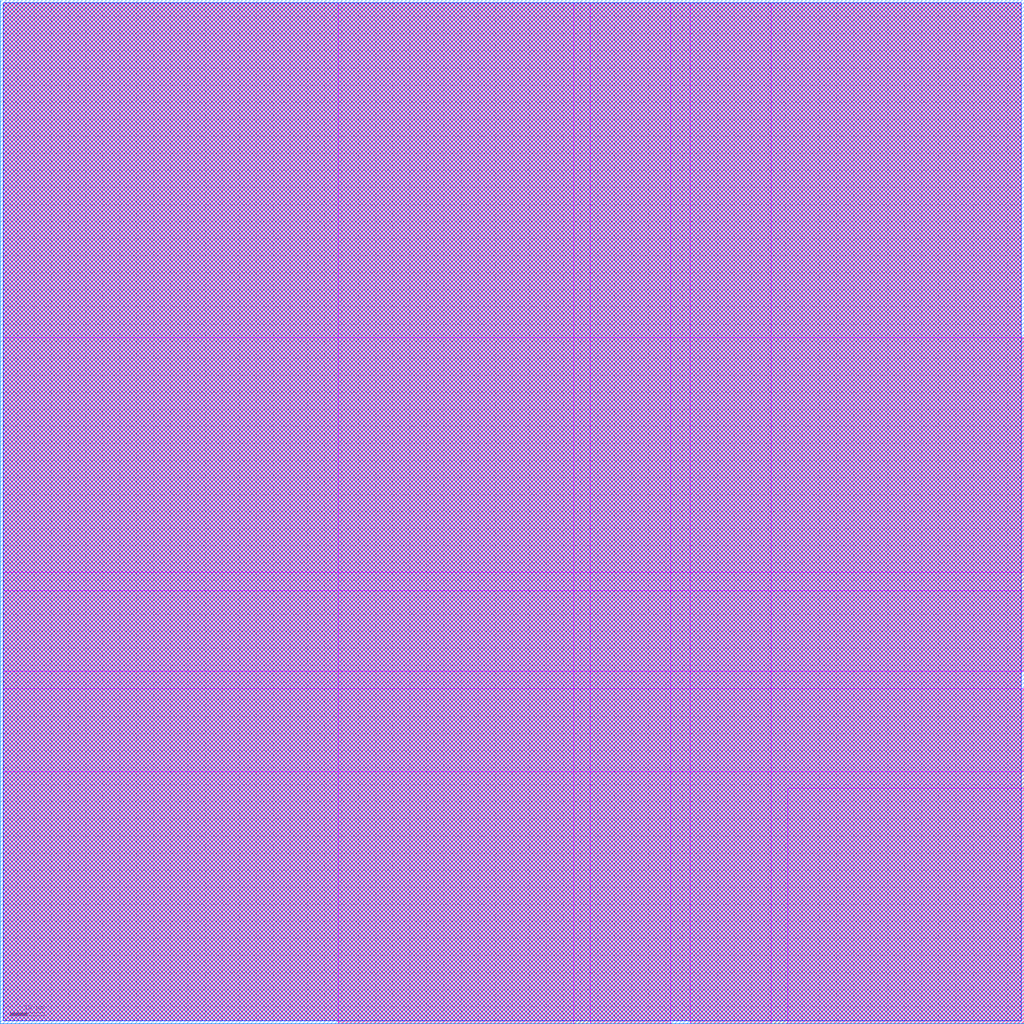
<source format=lef>
# LEF file generated by Abstract Generator version 5.5.10 on Jul 31 17:05:26 2004
#
# Contains LEF for all bins.
# Options:   [x] Antenna
#            [x] Geometry
#            [x] Technology

VERSION 5.4 ;
NAMESCASESENSITIVE ON ;
BUSBITCHARS "[]" ;
DIVIDERCHAR "/" ;
UNITS
  DATABASE MICRONS 1000 ;
END UNITS

USEMINSPACING OBS ON ;
USEMINSPACING PIN OFF ;
CLEARANCEMEASURE EUCLIDEAN ;


MANUFACTURINGGRID 0.15 ;

LAYER nwell
  TYPE	MASTERSLICE ;
END nwell

LAYER nactive
  TYPE	MASTERSLICE ;
END nactive

LAYER pactive
  TYPE	MASTERSLICE ;
END pactive

LAYER poly
  TYPE	MASTERSLICE ;
END poly

LAYER cc
  TYPE	CUT ;
  SPACING	0.9 ;
END cc

LAYER metal1
  TYPE		ROUTING ;
  DIRECTION	HORIZONTAL ;
  PITCH		3  ;
  WIDTH		0.9 ;
  SPACING	0.9 ;
  RESISTANCE	RPERSQ 0.09 ;
  CAPACITANCE	CPERSQDIST 3.2e-05 ;
END metal1

LAYER via
  TYPE	CUT ;
  SPACING	0.9 ;
END via

LAYER metal2
  TYPE		ROUTING ;
  DIRECTION	VERTICAL ;
  PITCH		2.4  ;
  WIDTH		0.9 ;
  SPACING	0.9 ;
  RESISTANCE	RPERSQ 0.09 ;
  CAPACITANCE	CPERSQDIST 1.6e-05 ;
END metal2

LAYER via2
  TYPE	CUT ;
  SPACING	0.9 ;
END via2

LAYER metal3
  TYPE		ROUTING ;
  DIRECTION	HORIZONTAL ;
  PITCH		3  ;
  WIDTH		1.5 ;
  SPACING	0.9 ;
  RESISTANCE	RPERSQ 0.05 ;
  CAPACITANCE	CPERSQDIST 1e-05 ;
END metal3

VIA M2_M1 DEFAULT
  LAYER metal1 ;
    RECT -0.600 -0.600 0.600 0.600 ;
  LAYER via ;
    RECT -0.300 -0.300 0.300 0.300 ;
  LAYER metal2 ;
    RECT -0.600 -0.600 0.600 0.600 ;
END M2_M1

VIA M3_M2 DEFAULT
  LAYER metal2 ;
    RECT -0.600 -0.600 0.600 0.600 ;
  LAYER via2 ;
    RECT -0.300 -0.300 0.300 0.300 ;
  LAYER metal3 ;
    RECT -0.900 -0.900 0.900 0.900 ;
END M3_M2


VIARULE viagen21 GENERATE
  LAYER metal1 ;
    DIRECTION HORIZONTAL ;
    WIDTH 1.2 TO 120 ;
    OVERHANG 0.3 ;
    METALOVERHANG 0 ;
  LAYER metal2 ;
    DIRECTION VERTICAL ;
    WIDTH 1.2 TO 120 ;
    OVERHANG 0.3 ;
    METALOVERHANG 0 ;
  LAYER via ;
    RECT -0.3 -0.3 0.3 0.3 ;
    SPACING 1.5 BY 1.5 ;
END viagen21

VIARULE viagen32 GENERATE
  LAYER metal3 ;
    DIRECTION HORIZONTAL ;
    WIDTH 1.8 TO 180 ;
    OVERHANG 0.6 ;
    METALOVERHANG 0 ;
  LAYER metal2 ;
    DIRECTION VERTICAL ;
    WIDTH 1.2 TO 120 ;
    OVERHANG 0.6 ;
    METALOVERHANG 0 ;
  LAYER via2 ;
    RECT -0.3 -0.3 0.3 0.3 ;
    SPACING 2.1 BY 2.1 ;
END viagen32

VIARULE TURN1 GENERATE
  LAYER metal1 ;
    DIRECTION HORIZONTAL ;
  LAYER metal1 ;
    DIRECTION VERTICAL ;
END TURN1

VIARULE TURN2 GENERATE
  LAYER metal2 ;
    DIRECTION HORIZONTAL ;
  LAYER metal2 ;
    DIRECTION VERTICAL ;
END TURN2

VIARULE TURN3 GENERATE
  LAYER metal3 ;
    DIRECTION HORIZONTAL ;
  LAYER metal3 ;
    DIRECTION VERTICAL ;
END TURN3

SITE  corner
    CLASS	PAD ;
    SYMMETRY	R90 Y ;
    SIZE	300.000 BY 300.000 ;
END  corner

SITE  IO
    CLASS	PAD ;
    SYMMETRY	Y ;
    SIZE	90.000 BY 300.000 ;
END  IO

SITE  core
    CLASS	CORE ;
    SYMMETRY	Y ;
    SIZE	2.400 BY 30.000 ;
END  core

MACRO FILL
  CLASS  CORE ;
  FOREIGN FILL 0.000 0.000 ;
  ORIGIN 0.000 0.000 ;
  SIZE 2.400 BY 30.000 ;
  SYMMETRY X Y  ;
  SITE core ;
  PIN gnd
    DIRECTION INOUT ;
    USE GROUND ;
    SHAPE ABUTMENT ;
    PORT
      LAYER metal1 ;
        RECT -0.600 -0.900 3.000 0.900 ;
    END
  END gnd
  PIN vdd
    DIRECTION INOUT ;
    USE POWER ;
    SHAPE ABUTMENT ;
    PORT
      LAYER metal1 ;
        RECT -0.600 29.100 3.000 30.900 ;
    END
  END vdd
END FILL

MACRO AND2X1
  CLASS  CORE ;
  FOREIGN AND2X1 0.000 0.000 ;
  ORIGIN 0.000 0.000 ;
  SIZE 9.600 BY 30.000 ;
  SYMMETRY X Y  ;
  SITE core ;
  PIN A
    DIRECTION INPUT ;
    PORT
      LAYER metal1 ;
        RECT 0.600 9.900 1.800 12.300 ;
    END
  END A
  PIN B
    DIRECTION INPUT ;
    PORT
      LAYER metal1 ;
        RECT 3.900 14.700 5.100 17.100 ;
        RECT 3.000 15.900 5.100 17.100 ;
    END
  END B
  PIN gnd
    DIRECTION INOUT ;
    USE GROUND ;
    SHAPE ABUTMENT ;
    PORT
      LAYER metal1 ;
        RECT 4.500 -0.900 5.700 7.800 ;
        RECT -0.600 -0.900 10.200 0.900 ;
    END
  END gnd
  PIN Y
    DIRECTION OUTPUT ;
    PORT
      LAYER metal1 ;
        RECT 7.800 18.900 9.000 20.100 ;
        RECT 7.800 22.200 9.000 28.200 ;
        RECT 8.100 4.800 9.000 28.200 ;
        RECT 6.900 1.800 8.100 5.700 ;
    END
  END Y
  PIN vdd
    DIRECTION INOUT ;
    USE POWER ;
    SHAPE ABUTMENT ;
    PORT
      LAYER metal1 ;
        RECT 0.600 22.200 1.800 30.900 ;
        RECT -0.600 29.100 10.200 30.900 ;
        RECT 5.400 22.200 6.600 30.900 ;
    END
  END vdd
  OBS 
      LAYER metal1 ;
        RECT 0.600 1.800 1.800 7.800 ;
        RECT 0.900 7.800 3.600 8.700 ;
        RECT 2.700 7.800 3.600 9.900 ;
        RECT 6.000 8.700 7.200 9.900 ;
        RECT 2.700 9.000 7.200 9.900 ;
        RECT 6.000 8.700 6.900 21.300 ;
        RECT 3.300 20.400 6.900 21.300 ;
        RECT 3.300 20.400 4.200 28.200 ;
        RECT 3.000 22.200 4.200 28.200 ;
  END 
END AND2X1

MACRO AND2X2
  CLASS  CORE ;
  FOREIGN AND2X2 0.000 0.000 ;
  ORIGIN 0.000 0.000 ;
  SIZE 9.600 BY 30.000 ;
  SYMMETRY X Y  ;
  SITE core ;
  PIN A
    DIRECTION INPUT ;
    PORT
      LAYER metal1 ;
        RECT 0.600 9.900 1.800 12.300 ;
    END
  END A
  PIN B
    DIRECTION INPUT ;
    PORT
      LAYER metal1 ;
        RECT 3.300 10.800 4.200 14.100 ;
        RECT 3.600 10.500 4.800 11.700 ;
        RECT 3.000 12.900 4.200 14.100 ;
    END
  END B
  PIN gnd
    DIRECTION INOUT ;
    USE GROUND ;
    SHAPE ABUTMENT ;
    PORT
      LAYER metal1 ;
        RECT 4.500 -0.900 5.700 7.500 ;
        RECT -0.600 -0.900 10.200 0.900 ;
    END
  END gnd
  PIN Y
    DIRECTION OUTPUT ;
    PORT
      LAYER metal1 ;
        RECT 7.800 12.900 9.000 14.100 ;
        RECT 7.800 16.200 9.000 28.200 ;
        RECT 8.100 6.300 9.000 28.200 ;
        RECT 6.900 1.800 8.100 7.800 ;
    END
  END Y
  PIN vdd
    DIRECTION INOUT ;
    USE POWER ;
    SHAPE ABUTMENT ;
    PORT
      LAYER metal1 ;
        RECT 0.600 22.200 1.800 30.900 ;
        RECT -0.600 29.100 10.200 30.900 ;
        RECT 5.400 16.800 6.600 30.900 ;
    END
  END vdd
  OBS 
      LAYER metal1 ;
        RECT 0.600 1.800 1.800 7.800 ;
        RECT 0.900 1.800 1.800 9.000 ;
        RECT 0.900 8.100 3.600 9.000 ;
        RECT 2.700 8.700 7.200 9.600 ;
        RECT 6.000 8.700 7.200 9.900 ;
        RECT 6.000 8.700 6.900 15.900 ;
        RECT 3.300 15.000 6.900 15.900 ;
        RECT 3.300 15.000 4.200 28.200 ;
        RECT 3.000 22.200 4.200 28.200 ;
  END 
END AND2X2

MACRO AOI21X1
  CLASS  CORE ;
  FOREIGN AOI21X1 0.000 0.000 ;
  ORIGIN 0.000 0.000 ;
  SIZE 9.600 BY 30.000 ;
  SYMMETRY X Y  ;
  SITE core ;
  PIN A
    DIRECTION INPUT ;
    PORT
      LAYER metal1 ;
        RECT 0.600 12.900 1.800 14.100 ;
        RECT 1.800 13.200 3.000 14.700 ;
    END
  END A
  PIN B
    DIRECTION INPUT ;
    PORT
      LAYER metal1 ;
        RECT 3.000 9.900 4.200 12.300 ;
    END
  END B
  PIN C
    DIRECTION INPUT ;
    PORT
      LAYER metal1 ;
        RECT 7.500 5.700 8.700 6.900 ;
        RECT 7.800 6.900 9.000 8.100 ;
    END
  END C
  PIN gnd
    DIRECTION INOUT ;
    USE GROUND ;
    SHAPE ABUTMENT ;
    PORT
      LAYER metal1 ;
        RECT 1.500 -0.900 2.700 7.800 ;
        RECT -0.600 -0.900 10.200 0.900 ;
        RECT 7.800 -0.900 9.000 4.800 ;
    END
  END gnd
  PIN Y
    DIRECTION OUTPUT ;
    PORT
      LAYER metal1 ;
        RECT 5.400 1.800 6.300 14.100 ;
        RECT 7.800 16.200 9.000 28.200 ;
        RECT 5.400 13.200 9.000 14.100 ;
        RECT 7.800 12.900 9.000 14.100 ;
        RECT 7.800 12.900 8.700 28.200 ;
        RECT 5.400 1.800 6.600 7.800 ;
    END
  END Y
  PIN vdd
    DIRECTION INOUT ;
    USE POWER ;
    SHAPE ABUTMENT ;
    PORT
      LAYER metal1 ;
        RECT 3.000 18.000 4.200 30.900 ;
        RECT -0.600 29.100 10.200 30.900 ;
    END
  END vdd
  OBS 
      LAYER metal1 ;
        RECT 0.600 16.200 6.600 17.100 ;
        RECT 0.600 16.200 1.800 28.200 ;
        RECT 5.400 16.200 6.600 28.200 ;
  END 
END AOI21X1

MACRO AOI22X1
  CLASS  CORE ;
  FOREIGN AOI22X1 0.000 0.000 ;
  ORIGIN 0.000 0.000 ;
  SIZE 12.000 BY 30.000 ;
  SYMMETRY X Y  ;
  SITE core ;
  PIN A
    DIRECTION INPUT ;
    PORT
      LAYER metal1 ;
        RECT 0.600 12.900 1.800 14.100 ;
        RECT 1.800 13.200 3.000 14.700 ;
    END
  END A
  PIN B
    DIRECTION INPUT ;
    PORT
      LAYER metal1 ;
        RECT 3.000 9.900 4.200 12.300 ;
    END
  END B
  PIN C
    DIRECTION INPUT ;
    PORT
      LAYER metal1 ;
        RECT 10.200 12.900 11.400 15.300 ;
    END
  END C
  PIN D
    DIRECTION INPUT ;
    PORT
      LAYER metal1 ;
        RECT 7.800 9.900 8.700 12.900 ;
        RECT 7.800 9.900 9.000 11.100 ;
        RECT 7.500 11.700 8.700 12.900 ;
    END
  END D
  PIN gnd
    DIRECTION INOUT ;
    USE GROUND ;
    SHAPE ABUTMENT ;
    PORT
      LAYER metal1 ;
        RECT 1.200 -0.900 2.400 7.800 ;
        RECT -0.600 -0.900 12.600 0.900 ;
        RECT 10.200 -0.900 11.400 7.800 ;
    END
  END gnd
  PIN Y
    DIRECTION OUTPUT ;
    PORT
      LAYER metal1 ;
        RECT 5.400 12.900 6.600 14.100 ;
        RECT 7.800 16.200 9.000 26.400 ;
        RECT 7.800 14.400 8.700 26.400 ;
        RECT 5.700 14.400 8.700 15.300 ;
        RECT 5.100 1.800 7.500 7.800 ;
        RECT 5.700 1.800 6.600 15.300 ;
    END
  END Y
  PIN vdd
    DIRECTION INOUT ;
    USE POWER ;
    SHAPE ABUTMENT ;
    PORT
      LAYER metal1 ;
        RECT 3.000 18.000 4.200 30.900 ;
        RECT -0.600 29.100 12.600 30.900 ;
    END
  END vdd
  OBS 
      LAYER metal1 ;
        RECT 0.600 16.200 6.600 17.100 ;
        RECT 5.400 16.200 6.600 28.200 ;
        RECT 0.600 16.200 1.800 28.200 ;
        RECT 10.200 16.200 11.400 28.200 ;
        RECT 5.400 27.300 11.400 28.200 ;
  END 
END AOI22X1

MACRO BUFX2
  CLASS  CORE ;
  FOREIGN BUFX2 0.000 0.000 ;
  ORIGIN 0.000 0.000 ;
  SIZE 7.200 BY 30.000 ;
  SYMMETRY X Y  ;
  SITE core ;
  PIN A
    DIRECTION INPUT ;
    PORT
      LAYER metal1 ;
        RECT 0.600 11.700 1.800 14.100 ;
    END
  END A
  PIN gnd
    DIRECTION INOUT ;
    USE GROUND ;
    SHAPE ABUTMENT ;
    PORT
      LAYER metal1 ;
        RECT 3.000 -0.900 4.200 7.800 ;
        RECT -0.600 -0.900 7.800 0.900 ;
    END
  END gnd
  PIN Y
    DIRECTION OUTPUT ;
    PORT
      LAYER metal1 ;
        RECT 5.400 1.800 6.600 12.900 ;
        RECT 5.400 16.200 6.600 28.200 ;
        RECT 5.700 1.800 6.600 28.200 ;
    END
  END Y
  PIN vdd
    DIRECTION INOUT ;
    USE POWER ;
    SHAPE ABUTMENT ;
    PORT
      LAYER metal1 ;
        RECT 3.000 18.000 4.200 30.900 ;
        RECT -0.600 29.100 7.800 30.900 ;
    END
  END vdd
  OBS 
      LAYER metal1 ;
        RECT 0.600 1.800 1.800 9.600 ;
        RECT 0.600 8.700 3.900 9.600 ;
        RECT 3.000 14.100 4.800 15.300 ;
        RECT 3.000 8.700 3.900 17.100 ;
        RECT 0.600 16.200 3.900 17.100 ;
        RECT 0.600 16.200 1.800 28.200 ;
  END 
END BUFX2

MACRO BUFX4
  CLASS  CORE ;
  FOREIGN BUFX4 0.000 0.000 ;
  ORIGIN 0.000 0.000 ;
  SIZE 9.600 BY 30.000 ;
  SYMMETRY X Y  ;
  SITE core ;
  PIN A
    DIRECTION INPUT ;
    PORT
      LAYER metal1 ;
        RECT 0.900 11.700 2.100 14.100 ;
        RECT 0.600 12.900 2.100 14.100 ;
    END
  END A
  PIN gnd
    DIRECTION INOUT ;
    USE GROUND ;
    SHAPE ABUTMENT ;
    PORT
      LAYER metal1 ;
        RECT 3.000 -0.900 4.200 7.800 ;
        RECT -0.600 -0.900 10.200 0.900 ;
        RECT 7.800 -0.900 9.000 7.800 ;
    END
  END gnd
  PIN Y
    DIRECTION OUTPUT ;
    PORT
      LAYER metal1 ;
        RECT 5.400 1.800 6.600 7.800 ;
        RECT 6.000 6.900 6.900 17.700 ;
        RECT 5.400 16.200 6.600 28.200 ;
        RECT 5.400 9.900 6.900 11.100 ;
    END
  END Y
  PIN vdd
    DIRECTION INOUT ;
    USE POWER ;
    SHAPE ABUTMENT ;
    PORT
      LAYER metal1 ;
        RECT 3.000 18.000 4.200 30.900 ;
        RECT -0.600 29.100 10.200 30.900 ;
        RECT 7.800 16.200 9.000 30.900 ;
    END
  END vdd
  OBS 
      LAYER metal1 ;
        RECT 0.600 1.800 1.800 9.600 ;
        RECT 0.600 8.700 4.500 9.600 ;
        RECT 3.600 12.000 5.100 13.200 ;
        RECT 3.600 8.700 4.500 17.100 ;
        RECT 0.600 16.200 4.500 17.100 ;
        RECT 0.600 16.200 1.800 28.200 ;
  END 
END BUFX4

MACRO DFFNEGX1
  CLASS  CORE ;
  FOREIGN DFFNEGX1 0.000 0.000 ;
  ORIGIN 0.000 0.000 ;
  SIZE 28.800 BY 30.000 ;
  SYMMETRY X Y  ;
  SITE core ;
  PIN Q
    DIRECTION OUTPUT ;
    PORT
      LAYER metal1 ;
        RECT 21.900 14.100 23.100 15.300 ;
        RECT 27.000 1.800 28.200 28.200 ;
        RECT 21.900 14.400 28.200 15.300 ;
        RECT 22.500 8.400 28.200 9.300 ;
        RECT 22.500 8.100 23.700 9.300 ;
    END
  END Q
  PIN CLK
    DIRECTION INPUT ;
    PORT
      LAYER metal2 ;
        RECT 7.800 10.200 9.000 20.100 ;
      LAYER via ;
        RECT 8.100 19.200 8.700 19.800 ;
        RECT 8.100 10.500 8.700 11.100 ;
      LAYER metal1 ;
        RECT 7.800 18.900 9.000 20.100 ;
        RECT 1.800 10.200 19.200 11.100 ;
        RECT 18.000 9.900 19.200 11.100 ;
        RECT 7.800 10.200 9.000 11.400 ;
        RECT 6.300 6.900 7.500 8.100 ;
        RECT 6.000 8.100 7.200 11.100 ;
        RECT 1.800 9.900 4.200 11.100 ;
        RECT 8.100 20.100 9.300 21.300 ;
    END
  END CLK
  PIN D
    DIRECTION INPUT ;
    PORT
      LAYER metal1 ;
        RECT 4.200 12.600 5.400 13.800 ;
        RECT 10.200 12.900 11.400 14.100 ;
        RECT 4.200 12.900 11.400 13.800 ;
    END
  END D
  PIN gnd
    DIRECTION INOUT ;
    USE GROUND ;
    SHAPE ABUTMENT ;
    PORT
      LAYER metal1 ;
        RECT 3.000 -0.900 4.200 7.800 ;
        RECT -0.600 -0.900 29.400 0.900 ;
        RECT 24.600 -0.900 25.800 7.500 ;
        RECT 16.200 -0.900 17.400 4.800 ;
        RECT 11.100 -0.900 12.600 4.800 ;
    END
  END gnd
  PIN vdd
    DIRECTION INOUT ;
    USE POWER ;
    SHAPE ABUTMENT ;
    PORT
      LAYER metal1 ;
        RECT 3.000 16.500 4.200 30.900 ;
        RECT -0.600 29.100 29.400 30.900 ;
        RECT 24.600 16.200 25.800 30.900 ;
        RECT 16.200 22.200 17.400 30.900 ;
        RECT 11.400 22.200 12.600 30.900 ;
    END
  END vdd
  OBS 
      LAYER metal2 ;
        RECT 0.600 7.800 1.800 16.200 ;
        RECT 5.400 4.800 6.600 15.000 ;
        RECT 5.400 4.800 6.300 22.200 ;
        RECT 5.400 16.200 6.600 22.200 ;
        RECT 19.800 4.800 21.000 17.100 ;
        RECT 19.800 4.800 20.700 22.200 ;
        RECT 19.800 18.300 21.000 22.200 ;
      LAYER metal1 ;
        RECT 0.600 1.800 1.800 9.000 ;
        RECT 5.400 21.000 6.600 23.100 ;
        RECT 5.400 22.200 8.400 23.100 ;
        RECT 7.200 22.200 8.400 28.200 ;
        RECT 7.200 1.800 8.400 4.800 ;
        RECT 5.400 3.900 8.400 4.800 ;
        RECT 5.400 3.900 6.600 6.000 ;
        RECT 5.400 17.100 13.500 18.000 ;
        RECT 5.400 17.100 6.600 18.300 ;
        RECT 12.300 17.100 13.500 18.300 ;
        RECT 13.800 1.800 15.000 4.800 ;
        RECT 13.800 1.800 14.700 6.600 ;
        RECT 10.500 5.700 14.700 6.600 ;
        RECT 10.500 5.700 11.700 6.900 ;
        RECT 10.500 20.100 11.700 21.300 ;
        RECT 14.700 20.100 15.900 21.300 ;
        RECT 10.500 20.400 15.900 21.300 ;
        RECT 13.800 20.400 14.700 28.200 ;
        RECT 13.800 22.200 15.000 28.200 ;
        RECT 19.800 21.000 21.000 22.200 ;
        RECT 20.100 22.200 21.900 28.200 ;
        RECT 0.600 14.700 7.500 15.600 ;
        RECT 6.300 15.300 17.100 16.200 ;
        RECT 16.200 15.300 17.100 18.300 ;
        RECT 16.200 17.100 21.900 18.000 ;
        RECT 16.200 17.100 17.700 18.300 ;
        RECT 20.700 17.100 21.900 18.300 ;
        RECT 0.600 14.700 1.800 28.200 ;
        RECT 20.100 1.800 21.900 4.800 ;
        RECT 19.800 3.900 21.000 6.000 ;
        RECT 19.800 12.000 21.000 13.200 ;
        RECT 19.800 12.300 25.500 13.200 ;
        RECT 24.300 12.300 25.500 13.500 ;
      LAYER via ;
        RECT 0.900 15.300 1.500 15.900 ;
        RECT 0.900 8.100 1.500 8.700 ;
        RECT 5.700 21.300 6.300 21.900 ;
        RECT 5.700 17.400 6.300 18.000 ;
        RECT 5.700 5.100 6.300 5.700 ;
        RECT 20.100 21.300 20.700 21.900 ;
        RECT 20.100 12.300 20.700 12.900 ;
        RECT 20.100 5.100 20.700 5.700 ;
  END 
END DFFNEGX1

MACRO NOR3X1
  CLASS  CORE ;
  FOREIGN NOR3X1 0.000 0.000 ;
  ORIGIN 0.000 0.000 ;
  SIZE 19.200 BY 30.000 ;
  SYMMETRY X Y  ;
  SITE core ;
  PIN A
    DIRECTION INPUT ;
    PORT
      LAYER metal1 ;
        RECT 3.000 6.900 5.700 8.100 ;
    END
  END A
  PIN B
    DIRECTION INPUT ;
    PORT
      LAYER metal1 ;
        RECT 5.400 9.900 7.800 11.100 ;
    END
  END B
  PIN C
    DIRECTION INPUT ;
    PORT
      LAYER metal1 ;
        RECT 7.800 12.900 10.200 14.100 ;
    END
  END C
  PIN gnd
    DIRECTION INOUT ;
    USE GROUND ;
    SHAPE ABUTMENT ;
    PORT
      LAYER metal1 ;
        RECT 3.000 -0.900 4.200 4.800 ;
        RECT -0.600 -0.900 19.800 0.900 ;
        RECT 7.800 -0.900 9.000 4.200 ;
    END
  END gnd
  PIN Y
    DIRECTION OUTPUT ;
    PORT
      LAYER metal1 ;
        RECT 5.400 1.800 6.600 4.800 ;
        RECT 15.000 18.000 16.200 26.400 ;
        RECT 15.000 15.900 16.200 17.100 ;
        RECT 15.000 15.900 15.900 26.400 ;
        RECT 11.100 15.900 16.200 16.800 ;
        RECT 11.100 4.800 12.000 16.800 ;
        RECT 10.200 1.800 11.400 6.000 ;
        RECT 6.000 5.100 12.000 6.000 ;
        RECT 6.000 3.900 6.900 6.000 ;
    END
  END Y
  PIN vdd
    DIRECTION INOUT ;
    USE POWER ;
    SHAPE ABUTMENT ;
    PORT
      LAYER metal1 ;
        RECT 3.000 19.200 4.200 30.900 ;
        RECT -0.600 29.100 19.800 30.900 ;
    END
  END vdd
  OBS 
      LAYER metal1 ;
        RECT 0.900 17.400 6.300 18.300 ;
        RECT 5.400 17.400 6.300 28.200 ;
        RECT 5.400 19.200 6.600 28.200 ;
        RECT 0.900 17.400 1.800 28.200 ;
        RECT 0.600 19.200 1.800 28.200 ;
        RECT 10.200 19.500 11.400 28.200 ;
        RECT 5.400 27.300 11.400 28.200 ;
        RECT 8.100 17.700 13.500 18.600 ;
        RECT 8.100 17.700 9.000 26.400 ;
        RECT 7.800 19.200 9.000 26.400 ;
        RECT 12.600 18.000 13.800 27.000 ;
        RECT 17.400 18.000 18.600 27.000 ;
        RECT 12.900 18.000 13.800 28.200 ;
        RECT 17.400 18.000 18.300 28.200 ;
        RECT 12.900 27.300 18.300 28.200 ;
  END 
END NOR3X1

MACRO DFFPOSX1
  CLASS  CORE ;
  FOREIGN DFFPOSX1 0.000 0.000 ;
  ORIGIN 0.000 0.000 ;
  SIZE 28.800 BY 30.000 ;
  SYMMETRY X Y  ;
  SITE core ;
  PIN Q
    DIRECTION OUTPUT ;
    PORT
      LAYER metal1 ;
        RECT 21.900 14.100 23.100 15.300 ;
        RECT 27.000 1.800 28.200 28.200 ;
        RECT 21.900 14.400 28.200 15.300 ;
        RECT 22.500 8.400 28.200 9.300 ;
        RECT 22.500 8.100 23.700 9.300 ;
    END
  END Q
  PIN CLK
    DIRECTION INPUT ;
    PORT
      LAYER metal1 ;
        RECT 1.800 9.900 4.200 11.100 ;
        RECT 20.100 18.300 22.200 19.500 ;
        RECT 20.100 15.900 21.000 19.500 ;
        RECT 17.400 15.900 21.000 16.800 ;
        RECT 17.400 10.200 18.300 16.800 ;
        RECT 16.500 9.900 17.700 11.100 ;
        RECT 1.800 10.200 18.300 11.100 ;
        RECT 8.100 5.700 9.000 11.100 ;
        RECT 7.800 5.700 9.000 6.900 ;
        RECT 6.300 10.200 7.500 11.400 ;
    END
  END CLK
  PIN D
    DIRECTION INPUT ;
    PORT
      LAYER metal1 ;
        RECT 3.900 12.600 5.100 13.800 ;
        RECT 10.200 12.900 11.400 14.100 ;
        RECT 3.900 12.900 11.400 13.800 ;
    END
  END D
  PIN gnd
    DIRECTION INOUT ;
    USE GROUND ;
    SHAPE ABUTMENT ;
    PORT
      LAYER metal1 ;
        RECT 3.000 -0.900 4.200 7.800 ;
        RECT -0.600 -0.900 29.400 0.900 ;
        RECT 24.600 -0.900 25.800 7.500 ;
        RECT 16.200 -0.900 17.400 4.800 ;
        RECT 11.100 -0.900 12.600 4.800 ;
    END
  END gnd
  PIN vdd
    DIRECTION INOUT ;
    USE POWER ;
    SHAPE ABUTMENT ;
    PORT
      LAYER metal1 ;
        RECT 3.000 16.500 4.200 30.900 ;
        RECT -0.600 29.100 29.400 30.900 ;
        RECT 24.600 16.200 25.800 30.900 ;
        RECT 16.200 22.200 17.400 30.900 ;
        RECT 11.400 22.200 12.600 30.900 ;
    END
  END vdd
  OBS 
      LAYER metal2 ;
        RECT 0.600 7.800 1.800 16.200 ;
        RECT 5.400 4.800 6.600 22.200 ;
        RECT 19.800 4.800 21.000 22.200 ;
      LAYER metal1 ;
        RECT 0.600 1.800 1.800 9.000 ;
        RECT 5.400 21.000 6.600 23.100 ;
        RECT 5.400 22.200 8.400 23.100 ;
        RECT 7.200 22.200 8.400 28.200 ;
        RECT 7.200 1.800 8.400 4.800 ;
        RECT 5.400 3.900 8.400 4.800 ;
        RECT 5.400 3.900 6.600 6.000 ;
        RECT 5.400 17.100 13.500 18.000 ;
        RECT 5.400 17.100 6.600 18.300 ;
        RECT 12.300 17.100 13.500 18.300 ;
        RECT 13.800 1.800 15.000 4.800 ;
        RECT 13.800 1.800 14.700 6.600 ;
        RECT 10.500 5.700 14.700 6.600 ;
        RECT 10.500 5.700 11.700 6.900 ;
        RECT 10.500 20.100 11.700 21.300 ;
        RECT 14.700 20.100 15.900 21.300 ;
        RECT 10.500 20.400 15.900 21.300 ;
        RECT 13.800 20.400 14.700 28.200 ;
        RECT 13.800 22.200 15.000 28.200 ;
        RECT 0.600 15.000 9.300 15.600 ;
        RECT 0.600 14.700 9.000 15.600 ;
        RECT 8.100 15.300 15.300 16.200 ;
        RECT 14.400 15.300 15.300 18.900 ;
        RECT 16.500 17.700 17.700 18.900 ;
        RECT 14.400 18.000 17.700 18.900 ;
        RECT 0.600 14.700 1.800 28.200 ;
        RECT 19.800 21.000 21.000 22.200 ;
        RECT 20.100 22.200 21.900 28.200 ;
        RECT 20.100 1.800 21.900 4.800 ;
        RECT 19.800 3.900 21.000 6.000 ;
        RECT 19.800 12.000 21.000 13.200 ;
        RECT 19.800 12.300 25.500 13.200 ;
        RECT 24.300 12.300 25.500 13.500 ;
      LAYER via ;
        RECT 0.900 15.300 1.500 15.900 ;
        RECT 0.900 8.100 1.500 8.700 ;
        RECT 5.700 21.300 6.300 21.900 ;
        RECT 5.700 17.400 6.300 18.000 ;
        RECT 5.700 5.100 6.300 5.700 ;
        RECT 20.100 21.300 20.700 21.900 ;
        RECT 20.100 12.300 20.700 12.900 ;
        RECT 20.100 5.100 20.700 5.700 ;
  END 
END DFFPOSX1

MACRO FAX1
  CLASS  CORE ;
  FOREIGN FAX1 0.000 0.000 ;
  ORIGIN 0.000 0.000 ;
  SIZE 36.000 BY 30.000 ;
  SYMMETRY X Y  ;
  SITE core ;
  PIN YC
    DIRECTION OUTPUT ;
    PORT
      LAYER metal1 ;
        RECT 34.200 1.800 35.400 4.800 ;
        RECT 34.200 22.200 35.400 28.200 ;
        RECT 34.500 1.800 35.400 28.200 ;
        RECT 34.200 9.900 35.400 11.100 ;
    END
  END YC
  PIN YS
    DIRECTION OUTPUT ;
    PORT
      LAYER metal1 ;
        RECT 29.400 1.800 30.600 4.800 ;
        RECT 31.200 6.900 33.000 8.100 ;
        RECT 29.100 13.800 32.100 14.700 ;
        RECT 31.200 5.700 32.100 14.700 ;
        RECT 29.700 5.700 32.100 6.600 ;
        RECT 29.400 22.200 30.600 28.200 ;
        RECT 29.700 1.800 30.600 6.600 ;
        RECT 29.100 13.800 30.000 23.100 ;
    END
  END YS
  PIN A
    DIRECTION INPUT ;
    PORT
      LAYER metal1 ;
        RECT 0.900 9.000 3.000 9.900 ;
        RECT 26.700 10.200 27.900 11.400 ;
        RECT 26.700 8.400 27.600 11.400 ;
        RECT 11.100 8.400 27.600 9.300 ;
        RECT 0.900 9.000 12.300 9.600 ;
        RECT 1.800 8.700 27.600 9.300 ;
        RECT 0.600 9.900 1.800 11.100 ;
    END
  END A
  PIN B
    DIRECTION INPUT ;
    PORT
      LAYER metal1 ;
        RECT 3.300 10.800 4.200 14.100 ;
        RECT 24.000 10.200 25.200 11.400 ;
        RECT 14.100 10.200 25.200 11.100 ;
        RECT 3.300 10.800 15.300 11.400 ;
        RECT 4.200 10.500 25.200 11.100 ;
        RECT 8.700 10.500 9.900 11.700 ;
        RECT 3.300 10.800 5.400 11.700 ;
        RECT 3.000 12.900 4.200 14.100 ;
    END
  END B
  PIN C
    DIRECTION INPUT ;
    PORT
      LAYER metal1 ;
        RECT 5.400 12.900 7.800 14.100 ;
        RECT 21.600 12.000 22.800 13.200 ;
        RECT 15.600 12.300 22.800 13.200 ;
        RECT 5.400 12.900 17.700 13.500 ;
        RECT 5.400 12.900 16.500 13.800 ;
    END
  END C
  PIN gnd
    DIRECTION INOUT ;
    USE GROUND ;
    SHAPE ABUTMENT ;
    PORT
      LAYER metal1 ;
        RECT 3.000 -0.900 4.200 6.000 ;
        RECT -0.600 -0.900 36.600 0.900 ;
        RECT 31.800 -0.900 33.000 4.800 ;
        RECT 27.000 -0.900 28.200 7.500 ;
        RECT 16.500 -0.900 17.700 5.700 ;
        RECT 11.700 -0.900 12.900 7.200 ;
    END
  END gnd
  PIN vdd
    DIRECTION INOUT ;
    USE POWER ;
    SHAPE ABUTMENT ;
    PORT
      LAYER metal1 ;
        RECT 3.000 18.000 4.200 30.900 ;
        RECT -0.600 29.100 36.600 30.900 ;
        RECT 31.800 22.200 33.000 30.900 ;
        RECT 27.000 13.800 28.200 30.900 ;
        RECT 16.500 19.200 17.700 30.900 ;
        RECT 11.700 16.200 12.900 30.900 ;
    END
  END vdd
  OBS 
      LAYER metal2 ;
        RECT 21.600 6.300 22.800 7.500 ;
        RECT 21.900 11.700 30.300 12.600 ;
        RECT 29.100 11.700 30.300 12.900 ;
        RECT 21.900 6.300 22.800 15.300 ;
        RECT 21.600 14.100 22.800 15.300 ;
        RECT 7.800 6.600 9.000 7.800 ;
        RECT 18.000 14.400 19.200 17.100 ;
        RECT 31.200 15.900 32.400 17.100 ;
        RECT 7.800 16.200 32.400 17.100 ;
        RECT 8.100 6.600 9.000 17.400 ;
        RECT 7.800 16.200 9.000 17.400 ;
      LAYER metal1 ;
        RECT 0.600 16.200 6.600 17.100 ;
        RECT 0.600 16.200 1.800 28.200 ;
        RECT 5.400 16.200 6.600 28.200 ;
        RECT 0.600 1.800 1.800 7.800 ;
        RECT 5.400 1.800 6.600 7.800 ;
        RECT 0.600 6.900 6.600 7.800 ;
        RECT 7.800 16.200 9.000 28.200 ;
        RECT 7.800 1.800 9.000 7.800 ;
        RECT 14.100 17.400 20.100 18.300 ;
        RECT 14.100 16.200 15.300 28.200 ;
        RECT 18.900 17.400 20.100 28.200 ;
        RECT 14.100 1.800 15.300 7.500 ;
        RECT 18.900 1.800 20.100 7.500 ;
        RECT 14.100 6.600 20.100 7.500 ;
        RECT 19.200 14.100 20.400 15.300 ;
        RECT 18.000 14.400 19.200 15.600 ;
        RECT 21.600 14.100 22.800 28.200 ;
        RECT 21.300 15.300 22.800 28.200 ;
        RECT 21.300 1.800 22.800 6.300 ;
        RECT 21.600 1.800 22.800 7.500 ;
        RECT 29.100 10.500 30.300 12.900 ;
        RECT 31.200 15.900 33.600 17.100 ;
      LAYER via ;
        RECT 8.100 16.500 8.700 17.100 ;
        RECT 8.100 6.900 8.700 7.500 ;
        RECT 18.300 14.700 18.900 15.300 ;
        RECT 21.900 14.400 22.500 15.000 ;
        RECT 21.900 6.600 22.500 7.200 ;
        RECT 29.400 12.000 30.000 12.600 ;
        RECT 31.500 16.200 32.100 16.800 ;
  END 
END FAX1

MACRO HAX1
  CLASS  CORE ;
  FOREIGN HAX1 0.000 0.000 ;
  ORIGIN 0.000 0.000 ;
  SIZE 24.000 BY 30.000 ;
  SYMMETRY X Y  ;
  SITE core ;
  PIN YC
    DIRECTION OUTPUT ;
    PORT
      LAYER metal2 ;
        RECT 6.900 4.800 9.000 6.000 ;
        RECT 7.800 12.600 9.000 13.800 ;
        RECT 8.100 4.800 9.000 13.800 ;
      LAYER via ;
        RECT 7.200 5.100 7.800 5.700 ;
        RECT 8.100 12.900 8.700 13.500 ;
      LAYER metal1 ;
        RECT 6.900 1.800 8.100 6.000 ;
        RECT 7.800 12.600 9.000 28.200 ;
    END
  END YC
  PIN YS
    DIRECTION OUTPUT ;
    PORT
      LAYER metal1 ;
        RECT 19.800 15.900 21.000 17.100 ;
        RECT 21.300 22.200 22.500 28.200 ;
        RECT 21.600 20.400 22.500 28.200 ;
        RECT 20.100 6.000 22.500 6.900 ;
        RECT 21.600 1.800 22.500 6.900 ;
        RECT 20.100 20.400 22.500 21.300 ;
        RECT 21.300 1.800 22.500 4.800 ;
        RECT 20.100 6.000 21.000 21.300 ;
    END
  END YS
  PIN A
    DIRECTION INPUT ;
    PORT
      LAYER metal1 ;
        RECT 0.600 9.000 1.800 11.100 ;
        RECT 15.000 9.900 16.200 11.100 ;
        RECT 12.600 9.900 16.200 10.800 ;
        RECT 0.600 9.000 13.500 9.900 ;
        RECT 1.200 8.700 2.400 9.900 ;
    END
  END A
  PIN B
    DIRECTION INPUT ;
    PORT
      LAYER metal1 ;
        RECT 3.300 12.000 4.500 12.900 ;
        RECT 12.600 11.700 13.800 12.900 ;
        RECT 10.800 11.700 13.800 12.600 ;
        RECT 3.600 10.800 11.700 11.700 ;
        RECT 3.600 10.800 4.800 12.000 ;
        RECT 3.000 12.900 4.200 14.100 ;
    END
  END B
  PIN gnd
    DIRECTION INOUT ;
    USE GROUND ;
    SHAPE ABUTMENT ;
    PORT
      LAYER metal1 ;
        RECT 0.600 -0.900 1.800 7.800 ;
        RECT -0.600 -0.900 24.600 0.900 ;
        RECT 18.900 -0.900 20.100 4.800 ;
        RECT 9.300 -0.900 10.500 7.500 ;
    END
  END gnd
  PIN vdd
    DIRECTION INOUT ;
    USE POWER ;
    SHAPE ABUTMENT ;
    PORT
      LAYER metal1 ;
        RECT 3.000 22.800 4.200 30.900 ;
        RECT -0.600 29.100 24.600 30.900 ;
        RECT 18.900 22.200 20.100 30.900 ;
        RECT 16.500 16.200 17.700 30.900 ;
        RECT 10.200 22.200 11.400 30.900 ;
    END
  END vdd
  OBS 
      LAYER metal2 ;
        RECT 5.700 6.900 6.900 8.100 ;
        RECT 5.700 6.900 6.600 13.800 ;
        RECT 5.700 12.600 6.900 13.800 ;
      LAYER metal1 ;
        RECT 5.700 12.600 6.900 13.800 ;
        RECT 0.900 21.000 6.600 21.900 ;
        RECT 0.900 21.000 1.800 28.200 ;
        RECT 0.600 22.200 1.800 28.200 ;
        RECT 5.700 12.600 6.600 28.200 ;
        RECT 5.400 21.000 6.600 28.200 ;
        RECT 4.500 1.800 5.700 7.800 ;
        RECT 5.700 6.900 8.400 8.100 ;
        RECT 11.700 1.800 17.700 2.700 ;
        RECT 16.500 1.800 17.700 7.200 ;
        RECT 11.700 1.800 12.900 7.800 ;
        RECT 14.100 3.600 15.300 7.800 ;
        RECT 14.400 3.600 15.300 9.000 ;
        RECT 14.400 8.100 18.900 9.000 ;
        RECT 17.100 8.100 18.900 9.300 ;
        RECT 17.100 8.100 18.000 15.300 ;
        RECT 12.900 14.400 18.000 15.300 ;
        RECT 12.900 14.400 13.800 28.200 ;
        RECT 12.600 16.200 13.800 28.200 ;
      LAYER via ;
        RECT 6.000 12.900 6.600 13.500 ;
        RECT 6.000 7.200 6.600 7.800 ;
  END 
END HAX1

MACRO INVX1
  CLASS  CORE ;
  FOREIGN INVX1 0.000 0.000 ;
  ORIGIN 0.000 0.000 ;
  SIZE 4.800 BY 30.000 ;
  SYMMETRY X Y  ;
  SITE core ;
  PIN A
    DIRECTION INPUT ;
    PORT
      LAYER metal1 ;
        RECT 0.600 5.700 1.800 8.100 ;
    END
  END A
  PIN gnd
    DIRECTION INOUT ;
    USE GROUND ;
    SHAPE ABUTMENT ;
    PORT
      LAYER metal1 ;
        RECT 0.600 -0.900 1.800 4.800 ;
        RECT -0.600 -0.900 5.400 0.900 ;
    END
  END gnd
  PIN Y
    DIRECTION OUTPUT ;
    PORT
      LAYER metal1 ;
        RECT 3.000 1.800 4.200 28.200 ;
    END
  END Y
  PIN vdd
    DIRECTION INOUT ;
    USE POWER ;
    SHAPE ABUTMENT ;
    PORT
      LAYER metal1 ;
        RECT 0.600 22.200 1.800 30.900 ;
        RECT -0.600 29.100 5.400 30.900 ;
    END
  END vdd
END INVX1

MACRO INVX2
  CLASS  CORE ;
  FOREIGN INVX2 0.000 0.000 ;
  ORIGIN 0.000 0.000 ;
  SIZE 4.800 BY 30.000 ;
  SYMMETRY X Y  ;
  SITE core ;
  PIN A
    DIRECTION INPUT ;
    PORT
      LAYER metal1 ;
        RECT 0.600 8.700 1.800 11.100 ;
    END
  END A
  PIN gnd
    DIRECTION INOUT ;
    USE GROUND ;
    SHAPE ABUTMENT ;
    PORT
      LAYER metal1 ;
        RECT 0.600 -0.900 1.800 7.800 ;
        RECT -0.600 -0.900 5.400 0.900 ;
    END
  END gnd
  PIN Y
    DIRECTION OUTPUT ;
    PORT
      LAYER metal1 ;
        RECT 3.000 1.800 4.200 28.200 ;
    END
  END Y
  PIN vdd
    DIRECTION INOUT ;
    USE POWER ;
    SHAPE ABUTMENT ;
    PORT
      LAYER metal1 ;
        RECT 0.600 16.200 1.800 30.900 ;
        RECT -0.600 29.100 5.400 30.900 ;
    END
  END vdd
END INVX2

MACRO INVX4
  CLASS  CORE ;
  FOREIGN INVX4 0.000 0.000 ;
  ORIGIN 0.000 0.000 ;
  SIZE 7.200 BY 30.000 ;
  SYMMETRY X Y  ;
  SITE core ;
  PIN A
    DIRECTION INPUT ;
    PORT
      LAYER metal1 ;
        RECT 0.600 8.700 1.800 11.100 ;
    END
  END A
  PIN gnd
    DIRECTION INOUT ;
    USE GROUND ;
    SHAPE ABUTMENT ;
    PORT
      LAYER metal1 ;
        RECT 0.600 -0.900 1.800 7.800 ;
        RECT -0.600 -0.900 7.800 0.900 ;
        RECT 5.400 -0.900 6.600 7.800 ;
    END
  END gnd
  PIN Y
    DIRECTION OUTPUT ;
    PORT
      LAYER metal1 ;
        RECT 3.000 1.800 4.200 28.200 ;
    END
  END Y
  PIN vdd
    DIRECTION INOUT ;
    USE POWER ;
    SHAPE ABUTMENT ;
    PORT
      LAYER metal1 ;
        RECT 0.600 16.200 1.800 30.900 ;
        RECT -0.600 29.100 7.800 30.900 ;
        RECT 5.400 16.200 6.600 30.900 ;
    END
  END vdd
END INVX4

MACRO INVX8
  CLASS  CORE ;
  FOREIGN INVX8 0.000 0.000 ;
  ORIGIN 0.000 0.000 ;
  SIZE 12.000 BY 30.000 ;
  SYMMETRY X Y  ;
  SITE core ;
  PIN A
    DIRECTION INPUT ;
    PORT
      LAYER metal1 ;
        RECT 0.600 8.700 1.800 11.100 ;
    END
  END A
  PIN gnd
    DIRECTION INOUT ;
    USE GROUND ;
    SHAPE ABUTMENT ;
    PORT
      LAYER metal1 ;
        RECT 0.600 -0.900 1.800 7.800 ;
        RECT -0.600 -0.900 12.600 0.900 ;
        RECT 10.200 -0.900 11.400 7.800 ;
        RECT 5.400 -0.900 6.600 7.800 ;
    END
  END gnd
  PIN Y
    DIRECTION OUTPUT ;
    PORT
      LAYER metal1 ;
        RECT 3.000 1.800 4.200 9.900 ;
        RECT 7.800 1.800 9.000 28.200 ;
        RECT 3.000 14.100 9.000 15.300 ;
        RECT 3.000 8.700 9.000 9.900 ;
        RECT 3.000 14.100 4.200 28.200 ;
    END
  END Y
  PIN vdd
    DIRECTION INOUT ;
    USE POWER ;
    SHAPE ABUTMENT ;
    PORT
      LAYER metal1 ;
        RECT 0.600 16.200 1.800 30.900 ;
        RECT -0.600 29.100 12.600 30.900 ;
        RECT 10.200 16.200 11.400 30.900 ;
        RECT 5.400 16.200 6.600 30.900 ;
    END
  END vdd
END INVX8

MACRO NAND2X1
  CLASS  CORE ;
  FOREIGN NAND2X1 0.000 0.000 ;
  ORIGIN 0.000 0.000 ;
  SIZE 7.200 BY 30.000 ;
  SYMMETRY X Y  ;
  SITE core ;
  PIN A
    DIRECTION INPUT ;
    PORT
      LAYER metal1 ;
        RECT 0.600 8.700 1.800 11.100 ;
    END
  END A
  PIN B
    DIRECTION INPUT ;
    PORT
      LAYER metal1 ;
        RECT 5.400 15.900 6.600 18.300 ;
    END
  END B
  PIN gnd
    DIRECTION INOUT ;
    USE GROUND ;
    SHAPE ABUTMENT ;
    PORT
      LAYER metal1 ;
        RECT 0.600 -0.900 1.800 7.800 ;
        RECT -0.600 -0.900 7.800 0.900 ;
    END
  END gnd
  PIN Y
    DIRECTION OUTPUT ;
    PORT
      LAYER metal1 ;
        RECT 3.000 6.900 4.200 28.200 ;
        RECT 3.000 6.900 5.700 7.800 ;
        RECT 4.500 1.800 5.700 7.800 ;
    END
  END Y
  PIN vdd
    DIRECTION INOUT ;
    USE POWER ;
    SHAPE ABUTMENT ;
    PORT
      LAYER metal1 ;
        RECT 0.600 22.200 1.800 30.900 ;
        RECT -0.600 29.100 7.800 30.900 ;
        RECT 5.400 22.200 6.600 30.900 ;
    END
  END vdd
END NAND2X1

MACRO NAND3X1
  CLASS  CORE ;
  FOREIGN NAND3X1 0.000 0.000 ;
  ORIGIN 0.000 0.000 ;
  SIZE 9.600 BY 30.000 ;
  SYMMETRY X Y  ;
  SITE core ;
  PIN A
    DIRECTION INPUT ;
    PORT
      LAYER metal1 ;
        RECT 0.600 14.700 1.800 17.100 ;
    END
  END A
  PIN B
    DIRECTION INPUT ;
    PORT
      LAYER metal1 ;
        RECT 3.000 12.900 5.400 14.100 ;
    END
  END B
  PIN C
    DIRECTION INPUT ;
    PORT
      LAYER metal1 ;
        RECT 5.400 17.700 6.600 20.100 ;
    END
  END C
  PIN gnd
    DIRECTION INOUT ;
    USE GROUND ;
    SHAPE ABUTMENT ;
    PORT
      LAYER metal1 ;
        RECT 0.600 -0.900 1.800 10.800 ;
        RECT -0.600 -0.900 10.200 0.900 ;
    END
  END gnd
  PIN Y
    DIRECTION OUTPUT ;
    PORT
      LAYER metal1 ;
        RECT 3.300 21.000 4.200 28.200 ;
        RECT 7.800 22.200 9.000 28.200 ;
        RECT 7.800 15.900 9.000 17.100 ;
        RECT 7.800 10.200 8.700 28.200 ;
        RECT 3.300 21.000 8.700 21.900 ;
        RECT 6.300 10.200 8.700 11.100 ;
        RECT 6.000 1.800 7.200 10.800 ;
        RECT 3.000 22.200 4.200 28.200 ;
    END
  END Y
  PIN vdd
    DIRECTION INOUT ;
    USE POWER ;
    SHAPE ABUTMENT ;
    PORT
      LAYER metal1 ;
        RECT 0.600 22.200 1.800 30.900 ;
        RECT -0.600 29.100 10.200 30.900 ;
        RECT 5.400 22.800 6.600 30.900 ;
    END
  END vdd
END NAND3X1

MACRO NOR2X1
  CLASS  CORE ;
  FOREIGN NOR2X1 0.000 0.000 ;
  ORIGIN 0.000 0.000 ;
  SIZE 7.200 BY 30.000 ;
  SYMMETRY X Y  ;
  SITE core ;
  PIN A
    DIRECTION INPUT ;
    PORT
      LAYER metal1 ;
        RECT 0.600 5.700 1.800 8.100 ;
    END
  END A
  PIN B
    DIRECTION INPUT ;
    PORT
      LAYER metal1 ;
        RECT 5.400 12.900 6.600 15.300 ;
    END
  END B
  PIN gnd
    DIRECTION INOUT ;
    USE GROUND ;
    SHAPE ABUTMENT ;
    PORT
      LAYER metal1 ;
        RECT 0.600 -0.900 1.800 4.800 ;
        RECT -0.600 -0.900 7.800 0.900 ;
        RECT 5.400 -0.900 6.600 4.800 ;
    END
  END gnd
  PIN Y
    DIRECTION OUTPUT ;
    PORT
      LAYER metal1 ;
        RECT 3.000 1.800 4.200 4.800 ;
        RECT 4.500 16.200 5.700 28.200 ;
        RECT 3.000 16.200 5.700 17.400 ;
        RECT 3.300 1.800 4.200 17.400 ;
        RECT 3.000 9.900 4.200 11.100 ;
    END
  END Y
  PIN vdd
    DIRECTION INOUT ;
    USE POWER ;
    SHAPE ABUTMENT ;
    PORT
      LAYER metal1 ;
        RECT 0.600 16.200 1.800 30.900 ;
        RECT -0.600 29.100 7.800 30.900 ;
    END
  END vdd
END NOR2X1

MACRO OAI21X1
  CLASS  CORE ;
  FOREIGN OAI21X1 0.000 0.000 ;
  ORIGIN 0.000 0.000 ;
  SIZE 9.600 BY 30.000 ;
  SYMMETRY X Y  ;
  SITE core ;
  PIN A
    DIRECTION INPUT ;
    PORT
      LAYER metal1 ;
        RECT 0.600 9.900 1.800 11.100 ;
        RECT 1.800 9.300 3.000 10.800 ;
    END
  END A
  PIN B
    DIRECTION INPUT ;
    PORT
      LAYER metal1 ;
        RECT 3.000 11.700 4.200 14.100 ;
    END
  END B
  PIN C
    DIRECTION INPUT ;
    PORT
      LAYER metal1 ;
        RECT 6.900 16.200 7.800 20.100 ;
        RECT 7.800 15.900 9.000 17.100 ;
        RECT 6.600 18.900 7.800 20.100 ;
    END
  END C
  PIN gnd
    DIRECTION INOUT ;
    USE GROUND ;
    SHAPE ABUTMENT ;
    PORT
      LAYER metal1 ;
        RECT 3.000 -0.900 4.200 6.600 ;
        RECT -0.600 -0.900 10.200 0.900 ;
    END
  END gnd
  PIN Y
    DIRECTION OUTPUT ;
    PORT
      LAYER metal1 ;
        RECT 4.500 16.200 5.700 28.200 ;
        RECT 5.100 9.900 9.000 11.100 ;
        RECT 7.800 1.800 9.000 7.800 ;
        RECT 7.800 1.800 8.700 11.100 ;
        RECT 5.100 9.900 6.000 17.100 ;
    END
  END Y
  PIN vdd
    DIRECTION INOUT ;
    USE POWER ;
    SHAPE ABUTMENT ;
    PORT
      LAYER metal1 ;
        RECT 0.600 16.200 1.800 30.900 ;
        RECT -0.600 29.100 10.200 30.900 ;
        RECT 6.900 22.200 8.100 30.900 ;
    END
  END vdd
  OBS 
      LAYER metal1 ;
        RECT 0.600 1.800 1.800 7.800 ;
        RECT 5.400 1.800 6.600 7.800 ;
        RECT 0.900 7.500 6.300 8.400 ;
  END 
END OAI21X1

MACRO OAI22X1
  CLASS  CORE ;
  FOREIGN OAI22X1 0.000 0.000 ;
  ORIGIN 0.000 0.000 ;
  SIZE 12.000 BY 30.000 ;
  SYMMETRY X Y  ;
  SITE core ;
  PIN A
    DIRECTION INPUT ;
    PORT
      LAYER metal1 ;
        RECT 0.600 9.900 1.800 11.100 ;
        RECT 1.800 9.300 3.000 10.800 ;
    END
  END A
  PIN B
    DIRECTION INPUT ;
    PORT
      LAYER metal1 ;
        RECT 3.000 11.700 4.200 14.100 ;
    END
  END B
  PIN C
    DIRECTION INPUT ;
    PORT
      LAYER metal1 ;
        RECT 10.200 9.900 11.400 12.300 ;
    END
  END C
  PIN D
    DIRECTION INPUT ;
    PORT
      LAYER metal1 ;
        RECT 7.800 11.700 9.000 14.100 ;
    END
  END D
  PIN gnd
    DIRECTION INOUT ;
    USE GROUND ;
    SHAPE ABUTMENT ;
    PORT
      LAYER metal1 ;
        RECT 3.000 -0.900 4.200 6.600 ;
        RECT -0.600 -0.900 12.600 0.900 ;
    END
  END gnd
  PIN Y
    DIRECTION OUTPUT ;
    PORT
      LAYER metal1 ;
        RECT 5.400 9.900 6.300 28.200 ;
        RECT 5.400 9.900 9.000 10.800 ;
        RECT 8.100 3.600 9.000 10.800 ;
        RECT 7.800 3.600 9.000 7.800 ;
        RECT 4.500 16.200 7.500 28.200 ;
        RECT 5.400 9.900 6.600 11.100 ;
    END
  END Y
  PIN vdd
    DIRECTION INOUT ;
    USE POWER ;
    SHAPE ABUTMENT ;
    PORT
      LAYER metal1 ;
        RECT 0.600 16.200 1.800 30.900 ;
        RECT -0.600 29.100 12.600 30.900 ;
        RECT 10.200 16.200 11.400 30.900 ;
    END
  END vdd
  OBS 
      LAYER metal1 ;
        RECT 5.400 1.800 11.400 2.700 ;
        RECT 0.600 1.800 1.800 7.800 ;
        RECT 5.400 1.800 6.600 7.800 ;
        RECT 10.200 1.800 11.400 7.800 ;
        RECT 0.900 7.500 6.300 8.400 ;
  END 
END OAI22X1

MACRO OR2X1
  CLASS  CORE ;
  FOREIGN OR2X1 0.000 0.000 ;
  ORIGIN 0.000 0.000 ;
  SIZE 9.600 BY 30.000 ;
  SYMMETRY X Y  ;
  SITE core ;
  PIN A
    DIRECTION INPUT ;
    PORT
      LAYER metal1 ;
        RECT 0.600 5.700 1.800 8.100 ;
    END
  END A
  PIN B
    DIRECTION INPUT ;
    PORT
      LAYER metal1 ;
        RECT 3.000 9.900 4.200 11.100 ;
        RECT 3.300 8.700 5.400 9.900 ;
    END
  END B
  PIN gnd
    DIRECTION INOUT ;
    USE GROUND ;
    SHAPE ABUTMENT ;
    PORT
      LAYER metal1 ;
        RECT 0.600 -0.900 1.800 4.800 ;
        RECT -0.600 -0.900 10.200 0.900 ;
        RECT 5.400 -0.900 6.600 4.800 ;
    END
  END gnd
  PIN Y
    DIRECTION OUTPUT ;
    PORT
      LAYER metal1 ;
        RECT 7.800 1.800 9.000 4.800 ;
        RECT 8.100 1.800 9.000 22.200 ;
        RECT 6.900 22.200 8.100 28.200 ;
        RECT 7.200 21.300 9.000 22.200 ;
        RECT 7.800 12.900 9.000 14.100 ;
    END
  END Y
  PIN vdd
    DIRECTION INOUT ;
    USE POWER ;
    SHAPE ABUTMENT ;
    PORT
      LAYER metal1 ;
        RECT 4.500 16.200 5.700 30.900 ;
        RECT -0.600 29.100 10.200 30.900 ;
    END
  END vdd
  OBS 
      LAYER metal1 ;
        RECT 3.000 1.800 4.200 4.800 ;
        RECT 3.300 1.800 4.200 7.200 ;
        RECT 3.300 6.300 7.200 7.200 ;
        RECT 6.300 6.300 7.200 11.700 ;
        RECT 5.700 10.800 6.600 15.300 ;
        RECT 5.700 14.100 6.900 15.300 ;
        RECT 0.600 14.400 6.900 15.300 ;
        RECT 0.600 14.400 1.800 28.200 ;
  END 
END OR2X1

MACRO OR2X2
  CLASS  CORE ;
  FOREIGN OR2X2 0.000 0.000 ;
  ORIGIN 0.000 0.000 ;
  SIZE 9.600 BY 30.000 ;
  SYMMETRY X Y  ;
  SITE core ;
  PIN A
    DIRECTION INPUT ;
    PORT
      LAYER metal1 ;
        RECT 0.600 5.700 1.800 8.100 ;
    END
  END A
  PIN B
    DIRECTION INPUT ;
    PORT
      LAYER metal1 ;
        RECT 3.000 9.900 4.500 11.100 ;
        RECT 3.600 11.100 4.800 12.300 ;
    END
  END B
  PIN gnd
    DIRECTION INOUT ;
    USE GROUND ;
    SHAPE ABUTMENT ;
    PORT
      LAYER metal1 ;
        RECT 0.600 -0.900 1.800 4.800 ;
        RECT -0.600 -0.900 10.200 0.900 ;
        RECT 5.400 -0.900 6.600 7.200 ;
    END
  END gnd
  PIN Y
    DIRECTION OUTPUT ;
    PORT
      LAYER metal1 ;
        RECT 7.800 1.800 9.000 7.800 ;
        RECT 8.100 1.800 9.000 17.100 ;
        RECT 6.900 16.200 8.100 28.200 ;
        RECT 7.800 12.900 9.000 14.100 ;
    END
  END Y
  PIN vdd
    DIRECTION INOUT ;
    USE POWER ;
    SHAPE ABUTMENT ;
    PORT
      LAYER metal1 ;
        RECT 4.500 16.200 5.700 30.900 ;
        RECT -0.600 29.100 10.200 30.900 ;
    END
  END vdd
  OBS 
      LAYER metal1 ;
        RECT 3.000 1.800 4.200 4.800 ;
        RECT 3.300 1.800 4.200 9.000 ;
        RECT 3.300 8.100 6.900 9.000 ;
        RECT 5.700 13.500 6.900 14.700 ;
        RECT 6.000 8.100 6.900 14.700 ;
        RECT 0.600 14.400 6.600 15.300 ;
        RECT 0.600 14.400 1.800 28.200 ;
  END 
END OR2X2

MACRO TBUFX1
  CLASS  CORE ;
  FOREIGN TBUFX1 0.000 0.000 ;
  ORIGIN 0.000 0.000 ;
  SIZE 12.000 BY 30.000 ;
  SYMMETRY X Y  ;
  SITE core ;
  PIN A
    DIRECTION INPUT ;
    PORT
      LAYER metal1 ;
        RECT 9.000 9.900 11.400 11.100 ;
    END
  END A
  PIN EN
    DIRECTION INPUT ;
    PORT
      LAYER metal1 ;
        RECT 0.600 18.900 3.000 20.100 ;
    END
  END EN
  PIN gnd
    DIRECTION INOUT ;
    USE GROUND ;
    SHAPE ABUTMENT ;
    PORT
      LAYER metal1 ;
        RECT 0.600 -0.900 1.800 4.800 ;
        RECT -0.600 -0.900 12.600 0.900 ;
        RECT 9.600 -0.900 10.800 7.800 ;
    END
  END gnd
  PIN Y
    DIRECTION OUTPUT ;
    PORT
      LAYER metal1 ;
        RECT 5.700 1.800 6.900 7.800 ;
        RECT 5.700 16.200 6.900 28.200 ;
        RECT 6.000 1.800 6.900 28.200 ;
        RECT 5.400 12.900 6.900 14.100 ;
    END
  END Y
  PIN vdd
    DIRECTION INOUT ;
    USE POWER ;
    SHAPE ABUTMENT ;
    PORT
      LAYER metal1 ;
        RECT 0.600 22.200 1.800 30.900 ;
        RECT -0.600 29.100 12.600 30.900 ;
        RECT 9.600 16.200 10.800 30.900 ;
    END
  END vdd
  OBS 
      LAYER metal1 ;
        RECT 3.000 1.800 4.200 4.800 ;
        RECT 3.900 9.900 5.100 11.100 ;
        RECT 3.900 3.600 4.800 12.000 ;
        RECT 3.600 11.100 4.500 15.900 ;
        RECT 3.900 15.000 4.800 23.100 ;
        RECT 3.000 22.200 4.200 28.200 ;
  END 
END TBUFX1

MACRO TBUFX2
  CLASS  CORE ;
  FOREIGN TBUFX2 0.000 0.000 ;
  ORIGIN 0.000 0.000 ;
  SIZE 16.800 BY 30.000 ;
  SYMMETRY X Y  ;
  SITE core ;
  PIN A
    DIRECTION INPUT ;
    PORT
      LAYER metal1 ;
        RECT 13.500 9.900 16.200 11.100 ;
    END
  END A
  PIN EN
    DIRECTION INPUT ;
    PORT
      LAYER metal1 ;
        RECT 0.600 8.700 1.500 15.300 ;
        RECT 0.600 8.700 2.100 9.900 ;
        RECT 0.600 12.900 1.800 15.300 ;
    END
  END EN
  PIN gnd
    DIRECTION INOUT ;
    USE GROUND ;
    SHAPE ABUTMENT ;
    PORT
      LAYER metal1 ;
        RECT 0.600 -0.900 1.800 7.800 ;
        RECT -0.600 -0.900 17.400 0.900 ;
        RECT 12.600 -0.900 13.800 6.900 ;
    END
  END gnd
  PIN Y
    DIRECTION OUTPUT ;
    PORT
      LAYER metal1 ;
        RECT 7.800 3.600 8.700 26.400 ;
        RECT 7.800 16.200 9.000 26.400 ;
        RECT 7.800 12.900 9.000 14.100 ;
        RECT 7.800 3.600 9.000 7.800 ;
    END
  END Y
  PIN vdd
    DIRECTION INOUT ;
    USE POWER ;
    SHAPE ABUTMENT ;
    PORT
      LAYER metal1 ;
        RECT 0.600 16.200 1.800 30.900 ;
        RECT -0.600 29.100 17.400 30.900 ;
        RECT 12.600 18.300 13.800 30.900 ;
    END
  END vdd
  OBS 
      LAYER metal1 ;
        RECT 3.000 1.800 4.200 7.800 ;
        RECT 3.000 12.300 4.200 13.500 ;
        RECT 3.000 1.800 3.900 28.200 ;
        RECT 3.000 16.200 4.200 28.200 ;
        RECT 10.200 16.200 16.200 17.400 ;
        RECT 5.400 16.200 6.600 28.200 ;
        RECT 10.200 16.200 11.400 28.200 ;
        RECT 5.400 27.300 11.400 28.200 ;
        RECT 15.000 16.200 16.200 28.200 ;
        RECT 5.400 1.800 11.400 2.700 ;
        RECT 15.000 1.800 16.200 6.900 ;
        RECT 10.200 1.800 11.400 8.700 ;
        RECT 5.400 1.800 6.600 7.800 ;
        RECT 15.300 1.800 16.200 8.700 ;
        RECT 10.200 7.800 16.200 8.700 ;
  END 
END TBUFX2

MACRO XOR2X1
  CLASS  CORE ;
  FOREIGN XOR2X1 0.000 0.000 ;
  ORIGIN 0.000 0.000 ;
  SIZE 16.800 BY 30.000 ;
  SYMMETRY X Y  ;
  SITE core ;
  PIN A
    DIRECTION INPUT ;
    PORT
      LAYER metal1 ;
        RECT 0.600 9.900 3.000 11.100 ;
        RECT 6.000 10.500 7.200 11.700 ;
        RECT 3.000 10.500 7.200 11.400 ;
        RECT 0.600 10.200 3.900 11.100 ;
    END
  END A
  PIN B
    DIRECTION INPUT ;
    PORT
      LAYER metal1 ;
        RECT 13.800 9.900 16.200 11.100 ;
    END
  END B
  PIN gnd
    DIRECTION INOUT ;
    USE GROUND ;
    SHAPE ABUTMENT ;
    PORT
      LAYER metal1 ;
        RECT 3.300 -0.900 4.500 6.900 ;
        RECT -0.600 -0.900 17.400 0.900 ;
        RECT 12.300 -0.900 13.800 6.900 ;
        RECT 3.000 1.800 4.500 6.900 ;
    END
  END gnd
  PIN Y
    DIRECTION OUTPUT ;
    PORT
      LAYER metal1 ;
        RECT 7.800 12.900 9.000 14.100 ;
        RECT 7.200 16.200 9.600 28.200 ;
        RECT 8.700 1.800 9.600 11.100 ;
        RECT 8.100 10.200 9.000 28.200 ;
        RECT 7.200 1.800 9.600 7.200 ;
    END
  END Y
  PIN vdd
    DIRECTION INOUT ;
    USE POWER ;
    SHAPE ABUTMENT ;
    PORT
      LAYER metal1 ;
        RECT 3.000 18.300 4.500 28.200 ;
        RECT -0.600 29.100 17.400 30.900 ;
        RECT 12.300 18.300 13.800 30.900 ;
        RECT 3.300 18.300 4.500 30.900 ;
    END
  END vdd
  OBS 
      LAYER metal2 ;
        RECT 3.300 7.800 4.500 9.000 ;
        RECT 3.300 8.100 11.700 9.000 ;
        RECT 5.400 8.100 6.600 9.300 ;
        RECT 10.500 8.100 11.700 9.300 ;
        RECT 3.300 7.800 4.200 17.400 ;
        RECT 3.300 16.200 4.500 17.400 ;
        RECT 12.600 7.800 13.800 9.000 ;
        RECT 5.400 10.200 13.800 11.100 ;
        RECT 5.400 10.200 6.300 14.400 ;
        RECT 5.100 13.200 6.300 14.400 ;
        RECT 12.900 7.800 13.800 17.400 ;
        RECT 12.600 16.200 13.800 17.400 ;
      LAYER metal1 ;
        RECT 0.600 16.200 4.500 17.100 ;
        RECT 3.300 16.200 4.500 17.400 ;
        RECT 0.600 16.200 1.800 28.200 ;
        RECT 0.600 1.800 1.800 8.700 ;
        RECT 0.600 7.800 4.500 8.700 ;
        RECT 3.300 7.800 4.500 9.000 ;
        RECT 3.900 12.900 5.100 14.100 ;
        RECT 5.100 13.200 6.300 14.400 ;
        RECT 5.400 8.100 7.800 9.300 ;
        RECT 10.500 8.100 11.700 9.300 ;
        RECT 10.800 8.100 11.700 11.100 ;
        RECT 10.800 9.900 12.000 11.100 ;
        RECT 12.600 16.200 16.200 17.100 ;
        RECT 12.600 16.200 13.800 17.400 ;
        RECT 15.000 16.200 16.200 28.200 ;
        RECT 15.000 1.800 16.200 8.700 ;
        RECT 12.600 7.800 16.200 8.700 ;
        RECT 12.600 7.800 13.800 9.000 ;
      LAYER via ;
        RECT 3.600 16.500 4.200 17.100 ;
        RECT 3.600 8.100 4.200 8.700 ;
        RECT 5.400 13.500 6.000 14.100 ;
        RECT 5.700 8.400 6.300 9.000 ;
        RECT 10.800 8.400 11.400 9.000 ;
        RECT 12.900 16.500 13.500 17.100 ;
        RECT 12.900 8.100 13.500 8.700 ;
  END 
END XOR2X1

MACRO MUX2X1
  CLASS  CORE ;
  FOREIGN MUX2X1 0.000 0.000 ;
  ORIGIN 0.000 0.000 ;
  SIZE 14.400 BY 30.000 ;
  SYMMETRY X Y  ;
  SITE core ;
  PIN A
    DIRECTION INPUT ;
    PORT
      LAYER metal1 ;
        RECT 10.200 12.900 11.400 15.300 ;
    END
  END A
  PIN B
    DIRECTION INPUT ;
    PORT
      LAYER metal1 ;
        RECT 3.000 11.700 4.200 14.100 ;
    END
  END B
  PIN S
    DIRECTION INPUT ;
    PORT
      LAYER metal1 ;
        RECT 0.600 11.700 1.800 14.100 ;
    END
  END S
  PIN gnd
    DIRECTION INOUT ;
    USE GROUND ;
    SHAPE ABUTMENT ;
    PORT
      LAYER metal1 ;
        RECT 3.000 -0.900 4.200 8.400 ;
        RECT -0.600 -0.900 15.000 0.900 ;
        RECT 10.800 -0.900 12.000 9.000 ;
    END
  END gnd
  PIN Y
    DIRECTION OUTPUT ;
    PORT
      LAYER metal1 ;
        RECT 6.900 3.000 8.100 8.400 ;
        RECT 8.400 9.900 11.400 11.100 ;
        RECT 6.900 16.800 9.300 17.700 ;
        RECT 8.400 7.500 9.300 17.700 ;
        RECT 8.100 7.500 9.300 9.000 ;
        RECT 6.900 16.800 8.100 28.200 ;
    END
  END Y
  PIN vdd
    DIRECTION INOUT ;
    USE POWER ;
    SHAPE ABUTMENT ;
    PORT
      LAYER metal1 ;
        RECT 3.000 16.800 4.200 30.900 ;
        RECT -0.600 29.100 15.000 30.900 ;
        RECT 10.800 16.200 12.000 30.900 ;
    END
  END vdd
  OBS 
      LAYER metal1 ;
        RECT 0.600 3.000 1.800 6.000 ;
        RECT 0.600 3.000 1.500 10.200 ;
        RECT 0.600 9.300 6.900 10.200 ;
        RECT 5.400 9.300 6.900 12.000 ;
        RECT 5.400 10.800 7.500 12.000 ;
        RECT 5.400 9.300 6.300 15.900 ;
        RECT 0.600 15.000 6.300 15.900 ;
        RECT 0.600 15.000 1.500 27.000 ;
        RECT 0.600 21.000 1.800 27.000 ;
  END 
END MUX2X1

MACRO XNOR2X1
  CLASS  CORE ;
  FOREIGN XNOR2X1 0.000 0.000 ;
  ORIGIN 0.000 0.000 ;
  SIZE 16.800 BY 30.000 ;
  SYMMETRY X Y  ;
  SITE core ;
  PIN A
    DIRECTION INPUT ;
    PORT
      LAYER metal2 ;
        RECT 5.400 8.100 6.600 9.300 ;
        RECT 10.500 8.100 11.700 9.300 ;
        RECT 5.400 8.100 11.700 9.000 ;
      LAYER via ;
        RECT 5.700 8.400 6.300 9.000 ;
        RECT 10.800 8.400 11.400 9.000 ;
      LAYER metal1 ;
        RECT 0.600 9.900 3.000 11.100 ;
        RECT 10.800 9.900 12.000 11.100 ;
        RECT 10.800 8.100 11.700 11.100 ;
        RECT 10.500 8.100 11.700 9.300 ;
        RECT 5.400 8.100 7.800 9.300 ;
        RECT 0.600 9.900 5.700 10.800 ;
        RECT 4.800 8.400 5.700 10.800 ;
    END
  END A
  PIN B
    DIRECTION INPUT ;
    PORT
      LAYER metal1 ;
        RECT 13.800 9.900 16.200 11.100 ;
    END
  END B
  PIN gnd
    DIRECTION INOUT ;
    USE GROUND ;
    SHAPE ABUTMENT ;
    PORT
      LAYER metal1 ;
        RECT 3.300 -0.900 4.500 6.900 ;
        RECT -0.600 -0.900 17.400 0.900 ;
        RECT 12.300 -0.900 13.800 6.900 ;
        RECT 3.000 1.800 4.500 6.900 ;
    END
  END gnd
  PIN Y
    DIRECTION OUTPUT ;
    PORT
      LAYER metal1 ;
        RECT 7.200 1.800 9.600 7.200 ;
        RECT 9.300 12.900 11.400 14.100 ;
        RECT 9.300 12.300 10.200 17.100 ;
        RECT 7.200 16.200 9.600 28.200 ;
        RECT 8.700 1.800 9.600 13.200 ;
    END
  END Y
  PIN vdd
    DIRECTION INOUT ;
    USE POWER ;
    SHAPE ABUTMENT ;
    PORT
      LAYER metal1 ;
        RECT 3.000 18.300 4.500 28.200 ;
        RECT -0.600 29.100 17.400 30.900 ;
        RECT 12.300 18.300 13.800 30.900 ;
        RECT 3.300 18.300 4.500 30.900 ;
    END
  END vdd
  OBS 
      LAYER metal2 ;
        RECT 2.700 7.800 3.900 9.000 ;
        RECT 2.700 7.800 3.600 17.400 ;
        RECT 2.700 16.200 3.900 17.400 ;
        RECT 12.600 7.800 13.800 9.000 ;
        RECT 6.600 10.200 13.800 11.100 ;
        RECT 6.600 10.200 7.800 11.400 ;
        RECT 12.900 7.800 13.800 17.400 ;
        RECT 12.600 16.200 13.800 17.400 ;
      LAYER metal1 ;
        RECT 0.600 1.800 1.800 8.700 ;
        RECT 0.600 7.800 3.900 8.700 ;
        RECT 2.700 7.800 3.900 9.000 ;
        RECT 6.600 10.200 7.800 11.400 ;
        RECT 6.600 10.200 7.500 13.200 ;
        RECT 3.600 12.300 7.500 13.200 ;
        RECT 3.600 12.300 4.800 13.500 ;
        RECT 6.900 14.100 8.100 15.300 ;
        RECT 3.000 14.400 8.100 15.300 ;
        RECT 0.600 16.200 3.900 17.100 ;
        RECT 3.000 14.400 3.900 17.400 ;
        RECT 2.700 16.200 3.900 17.400 ;
        RECT 0.600 16.200 1.800 28.200 ;
        RECT 12.600 16.200 16.200 17.100 ;
        RECT 12.600 16.200 13.800 17.400 ;
        RECT 15.000 16.200 16.200 28.200 ;
        RECT 15.000 1.800 16.200 8.700 ;
        RECT 12.600 7.800 16.200 8.700 ;
        RECT 12.600 7.800 13.800 9.000 ;
      LAYER via ;
        RECT 3.000 16.500 3.600 17.100 ;
        RECT 3.000 8.100 3.600 8.700 ;
        RECT 6.900 10.500 7.500 11.100 ;
        RECT 12.900 16.500 13.500 17.100 ;
        RECT 12.900 8.100 13.500 8.700 ;
  END 
END XNOR2X1

MACRO LATCH
  CLASS  CORE ;
  FOREIGN LATCH 0.000 0.000 ;
  ORIGIN 0.000 0.000 ;
  SIZE 16.800 BY 30.000 ;
  SYMMETRY X Y  ;
  SITE core ;
  PIN Q
    DIRECTION OUTPUT ;
    PORT
      LAYER metal1 ;
        RECT 11.100 11.400 16.200 12.600 ;
        RECT 15.000 1.800 16.200 28.200 ;
    END
  END Q
  PIN CLK
    DIRECTION INPUT ;
    PORT
      LAYER metal1 ;
        RECT 1.800 9.900 4.200 11.100 ;
        RECT 8.700 9.900 9.900 12.300 ;
        RECT 1.800 9.900 9.900 10.800 ;
        RECT 6.600 6.900 7.800 10.800 ;
    END
  END CLK
  PIN D
    DIRECTION INPUT ;
    PORT
      LAYER metal1 ;
        RECT 3.900 14.100 6.600 15.300 ;
        RECT 5.400 14.100 6.600 17.100 ;
    END
  END D
  PIN gnd
    DIRECTION INOUT ;
    USE GROUND ;
    SHAPE ABUTMENT ;
    PORT
      LAYER metal1 ;
        RECT 3.000 -0.900 4.200 7.800 ;
        RECT -0.600 -0.900 17.400 0.900 ;
        RECT 12.600 -0.900 13.800 7.800 ;
    END
  END gnd
  PIN vdd
    DIRECTION INOUT ;
    USE POWER ;
    SHAPE ABUTMENT ;
    PORT
      LAYER metal1 ;
        RECT 3.000 16.200 4.200 30.900 ;
        RECT -0.600 29.100 17.400 30.900 ;
        RECT 12.600 16.200 13.800 30.900 ;
    END
  END vdd
  OBS 
      LAYER metal2 ;
        RECT 0.600 7.800 1.800 16.200 ;
        RECT 7.800 4.800 9.000 22.200 ;
      LAYER metal1 ;
        RECT 0.600 14.700 1.800 28.200 ;
        RECT 0.600 1.800 1.800 9.000 ;
        RECT 0.600 12.000 7.500 12.900 ;
        RECT 0.600 12.000 1.800 13.200 ;
        RECT 6.300 12.000 7.500 13.200 ;
        RECT 7.800 21.000 9.000 28.200 ;
        RECT 7.500 22.200 9.300 28.200 ;
        RECT 7.500 1.800 9.300 4.800 ;
        RECT 7.800 1.800 9.000 6.000 ;
        RECT 7.800 14.100 14.100 15.300 ;
      LAYER via ;
        RECT 0.900 15.300 1.500 15.900 ;
        RECT 0.900 12.300 1.500 12.900 ;
        RECT 0.900 8.100 1.500 8.700 ;
        RECT 8.100 21.300 8.700 21.900 ;
        RECT 8.100 14.400 8.700 15.000 ;
        RECT 8.100 5.100 8.700 5.700 ;
  END 
END LATCH

MACRO DFFSR
  CLASS  CORE ;
  FOREIGN DFFSR 0.000 0.000 ;
  ORIGIN 0.000 0.000 ;
  SIZE 52.800 BY 30.000 ;
  SYMMETRY X Y  ;
  SITE core ;
  PIN Q
    DIRECTION OUTPUT ;
    PORT
      LAYER metal1 ;
        RECT 48.600 1.800 49.800 8.700 ;
        RECT 48.900 7.500 50.100 16.500 ;
        RECT 48.600 15.300 49.800 28.200 ;
    END
  END Q
  PIN CLK
    DIRECTION INPUT ;
    PORT
      LAYER metal1 ;
        RECT 24.600 6.900 27.000 8.100 ;
    END
  END CLK
  PIN R
    DIRECTION INPUT ;
    PORT
      LAYER metal1 ;
        RECT 2.700 13.200 3.900 14.400 ;
        RECT 2.700 13.500 37.800 14.400 ;
        RECT 36.600 12.600 37.800 14.400 ;
        RECT 10.200 12.900 11.400 14.400 ;
    END
  END R
  PIN S
    DIRECTION INPUT ;
    PORT
      LAYER metal1 ;
        RECT 5.400 15.300 6.600 17.100 ;
        RECT 5.400 15.300 45.900 16.200 ;
        RECT 44.700 15.000 45.900 16.200 ;
        RECT 10.500 15.300 11.700 16.500 ;
    END
  END S
  PIN D
    DIRECTION INPUT ;
    PORT
      LAYER metal1 ;
        RECT 19.800 8.700 21.000 11.100 ;
    END
  END D
  PIN gnd
    DIRECTION INOUT ;
    USE GROUND ;
    SHAPE ABUTMENT ;
    PORT
      LAYER metal1 ;
        RECT 5.400 -0.900 6.600 7.800 ;
        RECT -0.600 -0.900 53.400 0.900 ;
        RECT 51.000 -0.900 52.200 4.800 ;
        RECT 41.400 -0.900 42.600 7.800 ;
        RECT 24.600 -0.900 25.800 4.800 ;
        RECT 19.800 -0.900 21.000 4.800 ;
    END
  END gnd
  PIN vdd
    DIRECTION INOUT ;
    USE POWER ;
    SHAPE ABUTMENT ;
    PORT
      LAYER metal1 ;
        RECT 0.600 22.200 1.800 30.900 ;
        RECT -0.600 29.100 53.400 30.900 ;
        RECT 51.000 22.200 52.200 30.900 ;
        RECT 46.200 22.200 47.400 30.900 ;
        RECT 41.400 22.200 42.600 30.900 ;
        RECT 36.600 22.200 37.800 30.900 ;
        RECT 24.600 22.200 25.800 30.900 ;
        RECT 19.800 22.200 21.000 30.900 ;
        RECT 10.200 22.200 11.400 30.900 ;
        RECT 5.400 22.200 6.600 30.900 ;
    END
  END vdd
  OBS 
      LAYER metal2 ;
        RECT 12.600 4.800 13.800 25.200 ;
        RECT 15.000 4.800 16.200 25.200 ;
        RECT 17.400 4.800 18.600 22.200 ;
        RECT 22.200 4.800 23.400 22.200 ;
        RECT 27.000 4.800 28.200 22.200 ;
        RECT 29.400 4.800 30.600 25.200 ;
        RECT 31.800 4.800 33.000 25.200 ;
        RECT 34.200 4.800 35.400 25.200 ;
      LAYER metal1 ;
        RECT 10.200 1.800 11.400 7.800 ;
        RECT 7.500 6.600 11.400 7.800 ;
        RECT 7.500 6.600 8.700 9.900 ;
        RECT 4.200 8.700 8.700 9.900 ;
        RECT 12.600 24.000 13.800 28.200 ;
        RECT 0.600 10.800 13.800 12.000 ;
        RECT 0.600 1.800 1.800 21.300 ;
        RECT 0.600 20.400 3.600 21.300 ;
        RECT 2.700 20.400 3.600 23.100 ;
        RECT 3.000 22.200 4.200 28.200 ;
        RECT 12.600 1.800 13.800 6.000 ;
        RECT 15.000 24.000 16.200 28.200 ;
        RECT 8.100 17.400 16.200 18.300 ;
        RECT 15.000 17.100 16.200 18.300 ;
        RECT 6.900 18.000 9.000 19.200 ;
        RECT 15.000 1.800 16.200 6.000 ;
        RECT 17.400 21.000 18.600 28.200 ;
        RECT 17.400 1.800 18.600 6.000 ;
        RECT 22.200 21.000 23.400 28.200 ;
        RECT 19.500 18.900 23.400 20.100 ;
        RECT 16.500 6.900 23.400 7.800 ;
        RECT 22.200 6.900 23.400 8.100 ;
        RECT 16.500 6.900 17.700 12.600 ;
        RECT 14.700 11.400 17.700 12.600 ;
        RECT 22.200 1.800 23.400 6.000 ;
        RECT 27.000 18.900 28.200 28.200 ;
        RECT 23.400 11.400 28.200 12.600 ;
        RECT 27.000 1.800 28.200 6.000 ;
        RECT 22.200 9.000 23.400 10.200 ;
        RECT 22.200 9.300 28.800 10.200 ;
        RECT 27.600 9.300 28.800 10.500 ;
        RECT 29.400 24.000 30.600 28.200 ;
        RECT 17.700 17.100 30.600 18.000 ;
        RECT 29.400 17.100 30.600 18.300 ;
        RECT 3.000 18.300 5.400 19.500 ;
        RECT 4.500 18.300 5.400 21.300 ;
        RECT 9.900 19.200 18.600 20.100 ;
        RECT 17.700 17.100 18.600 20.100 ;
        RECT 4.500 20.100 10.800 21.300 ;
        RECT 7.800 20.100 9.000 28.200 ;
        RECT 29.400 1.800 30.600 6.000 ;
        RECT 31.800 24.000 33.000 28.200 ;
        RECT 31.500 6.900 33.000 8.100 ;
        RECT 31.800 6.900 33.000 12.300 ;
        RECT 31.800 1.800 33.000 6.000 ;
        RECT 34.200 24.000 35.400 28.200 ;
        RECT 34.200 1.800 35.400 6.000 ;
        RECT 31.800 20.100 38.100 21.300 ;
        RECT 39.000 18.900 42.900 20.100 ;
        RECT 39.000 18.900 40.200 28.200 ;
        RECT 36.600 1.800 37.800 7.800 ;
        RECT 36.600 6.600 40.200 7.800 ;
        RECT 39.000 6.600 40.200 9.600 ;
        RECT 39.000 8.700 41.700 9.600 ;
        RECT 40.500 8.700 41.700 12.600 ;
        RECT 40.500 11.400 46.200 12.600 ;
        RECT 46.200 1.800 47.400 10.500 ;
        RECT 47.100 9.600 48.000 14.400 ;
        RECT 34.200 17.100 47.700 18.000 ;
        RECT 34.200 17.100 35.400 18.300 ;
        RECT 46.800 13.500 47.700 21.300 ;
        RECT 43.800 20.400 47.700 21.300 ;
        RECT 43.800 20.400 45.000 28.200 ;
      LAYER via ;
        RECT 12.900 24.300 13.500 24.900 ;
        RECT 12.900 11.100 13.500 11.700 ;
        RECT 12.900 5.100 13.500 5.700 ;
        RECT 15.300 24.300 15.900 24.900 ;
        RECT 15.300 17.400 15.900 18.000 ;
        RECT 15.300 5.100 15.900 5.700 ;
        RECT 17.700 21.300 18.300 21.900 ;
        RECT 17.700 5.100 18.300 5.700 ;
        RECT 22.500 21.300 23.100 21.900 ;
        RECT 22.500 19.200 23.100 19.800 ;
        RECT 22.500 9.300 23.100 9.900 ;
        RECT 22.500 5.100 23.100 5.700 ;
        RECT 27.300 21.300 27.900 21.900 ;
        RECT 27.300 11.700 27.900 12.300 ;
        RECT 27.300 5.100 27.900 5.700 ;
        RECT 29.700 24.300 30.300 24.900 ;
        RECT 29.700 17.400 30.300 18.000 ;
        RECT 29.700 5.100 30.300 5.700 ;
        RECT 32.100 24.300 32.700 24.900 ;
        RECT 32.100 20.400 32.700 21.000 ;
        RECT 32.100 5.100 32.700 5.700 ;
        RECT 34.500 24.300 35.100 24.900 ;
        RECT 34.500 17.400 35.100 18.000 ;
        RECT 34.500 5.100 35.100 5.700 ;
  END 
END DFFSR

MACRO CLKBUF1
  CLASS  CORE ;
  FOREIGN CLKBUF1 0.000 0.000 ;
  ORIGIN 0.000 0.000 ;
  SIZE 21.600 BY 30.000 ;
  SYMMETRY X Y  ;
  SITE core ;
  PIN A
    DIRECTION INPUT ;
    PORT
      LAYER metal1 ;
        RECT 0.600 9.900 1.800 12.000 ;
        RECT 0.600 10.800 3.300 12.000 ;
    END
  END A
  PIN gnd
    DIRECTION INOUT ;
    USE GROUND ;
    SHAPE ABUTMENT ;
    PORT
      LAYER metal1 ;
        RECT 0.600 -0.900 1.800 7.800 ;
        RECT -0.600 -0.900 22.200 0.900 ;
        RECT 19.800 -0.900 21.000 7.800 ;
        RECT 15.000 -0.900 16.200 7.800 ;
        RECT 10.200 -0.900 11.400 7.800 ;
        RECT 5.400 -0.900 6.600 7.800 ;
    END
  END gnd
  PIN Y
    DIRECTION OUTPUT ;
    PORT
      LAYER metal1 ;
        RECT 17.400 1.800 18.600 9.900 ;
        RECT 17.400 14.100 21.000 15.300 ;
        RECT 19.800 8.700 21.000 15.300 ;
        RECT 17.400 8.700 21.000 9.900 ;
        RECT 17.400 14.100 18.600 28.200 ;
    END
  END Y
  PIN vdd
    DIRECTION INOUT ;
    USE POWER ;
    SHAPE ABUTMENT ;
    PORT
      LAYER metal1 ;
        RECT 0.600 16.200 1.800 30.900 ;
        RECT -0.600 29.100 22.200 30.900 ;
        RECT 19.800 16.200 21.000 30.900 ;
        RECT 15.000 16.200 16.200 30.900 ;
        RECT 10.200 16.200 11.400 30.900 ;
        RECT 5.400 16.200 6.600 30.900 ;
    END
  END vdd
  OBS 
      LAYER metal1 ;
        RECT 3.000 1.800 4.200 9.900 ;
        RECT 3.000 8.700 5.700 9.900 ;
        RECT 4.500 10.800 8.400 12.000 ;
        RECT 4.500 8.700 5.700 15.300 ;
        RECT 3.000 14.100 5.700 15.300 ;
        RECT 3.000 14.100 4.200 28.200 ;
        RECT 7.800 1.800 9.000 9.900 ;
        RECT 7.800 8.700 11.100 9.900 ;
        RECT 9.900 10.800 13.500 12.000 ;
        RECT 9.900 8.700 11.100 15.300 ;
        RECT 7.800 14.100 11.100 15.300 ;
        RECT 7.800 14.100 9.000 28.200 ;
        RECT 12.600 1.800 13.800 9.900 ;
        RECT 12.600 8.700 15.900 9.900 ;
        RECT 14.700 10.800 18.600 12.000 ;
        RECT 14.700 8.700 15.900 15.300 ;
        RECT 12.600 14.100 15.900 15.300 ;
        RECT 12.600 14.100 13.800 28.200 ;
  END 
END CLKBUF1

MACRO CLKBUF2
  CLASS  CORE ;
  FOREIGN CLKBUF2 0.000 0.000 ;
  ORIGIN 0.000 0.000 ;
  SIZE 31.200 BY 30.000 ;
  SYMMETRY X Y  ;
  SITE core ;
  PIN A
    DIRECTION INPUT ;
    PORT
      LAYER metal1 ;
        RECT 0.600 9.900 1.800 12.000 ;
        RECT 0.600 10.800 3.300 12.000 ;
    END
  END A
  PIN gnd
    DIRECTION INOUT ;
    USE GROUND ;
    SHAPE ABUTMENT ;
    PORT
      LAYER metal1 ;
        RECT 0.600 -0.900 1.800 7.800 ;
        RECT -0.600 -0.900 31.800 0.900 ;
        RECT 29.400 -0.900 30.600 7.800 ;
        RECT 24.600 -0.900 25.800 7.800 ;
        RECT 19.800 -0.900 21.000 7.800 ;
        RECT 15.000 -0.900 16.200 7.800 ;
        RECT 10.200 -0.900 11.400 7.800 ;
        RECT 5.400 -0.900 6.600 7.800 ;
    END
  END gnd
  PIN Y
    DIRECTION OUTPUT ;
    PORT
      LAYER metal1 ;
        RECT 27.000 1.800 28.200 9.900 ;
        RECT 27.000 14.100 30.600 15.300 ;
        RECT 29.400 8.700 30.600 15.300 ;
        RECT 27.000 8.700 30.600 9.900 ;
        RECT 27.000 14.100 28.200 28.200 ;
    END
  END Y
  PIN vdd
    DIRECTION INOUT ;
    USE POWER ;
    SHAPE ABUTMENT ;
    PORT
      LAYER metal1 ;
        RECT 0.600 16.200 1.800 30.900 ;
        RECT -0.600 29.100 31.800 30.900 ;
        RECT 29.400 16.200 30.600 30.900 ;
        RECT 24.600 16.200 25.800 30.900 ;
        RECT 19.800 16.200 21.000 30.900 ;
        RECT 15.000 16.200 16.200 30.900 ;
        RECT 10.200 16.200 11.400 30.900 ;
        RECT 5.400 16.200 6.600 30.900 ;
    END
  END vdd
  OBS 
      LAYER metal1 ;
        RECT 3.000 1.800 4.200 9.900 ;
        RECT 3.000 8.700 5.700 9.900 ;
        RECT 4.500 10.800 8.400 12.000 ;
        RECT 4.500 8.700 5.700 15.300 ;
        RECT 3.000 14.100 5.700 15.300 ;
        RECT 3.000 14.100 4.200 28.200 ;
        RECT 7.800 1.800 9.000 9.900 ;
        RECT 7.800 8.700 11.100 9.900 ;
        RECT 9.900 10.800 13.500 12.000 ;
        RECT 9.900 8.700 11.100 15.300 ;
        RECT 7.800 14.100 11.100 15.300 ;
        RECT 7.800 14.100 9.000 28.200 ;
        RECT 12.600 1.800 13.800 9.900 ;
        RECT 12.600 8.700 15.900 9.900 ;
        RECT 14.700 10.800 18.600 12.000 ;
        RECT 14.700 8.700 15.900 15.300 ;
        RECT 12.600 14.100 15.900 15.300 ;
        RECT 12.600 14.100 13.800 28.200 ;
        RECT 17.400 1.800 18.600 9.900 ;
        RECT 17.400 8.700 21.000 9.900 ;
        RECT 19.800 10.800 22.500 12.000 ;
        RECT 19.800 8.700 21.000 15.300 ;
        RECT 17.400 14.100 21.000 15.300 ;
        RECT 17.400 14.100 18.600 28.200 ;
        RECT 22.200 1.800 23.400 9.900 ;
        RECT 22.200 8.700 24.900 9.900 ;
        RECT 23.700 10.800 27.600 12.000 ;
        RECT 23.700 8.700 24.900 15.300 ;
        RECT 22.200 14.100 24.900 15.300 ;
        RECT 22.200 14.100 23.400 28.200 ;
  END 
END CLKBUF2

MACRO CLKBUF3
  CLASS  CORE ;
  FOREIGN CLKBUF3 0.000 0.000 ;
  ORIGIN 0.000 0.000 ;
  SIZE 40.800 BY 30.000 ;
  SYMMETRY X Y  ;
  SITE core ;
  PIN A
    DIRECTION INPUT ;
    PORT
      LAYER metal1 ;
        RECT 0.600 9.900 1.800 12.000 ;
        RECT 0.600 10.800 3.300 12.000 ;
    END
  END A
  PIN gnd
    DIRECTION INOUT ;
    USE GROUND ;
    SHAPE ABUTMENT ;
    PORT
      LAYER metal1 ;
        RECT 0.600 -0.900 1.800 7.800 ;
        RECT -0.600 -0.900 41.400 0.900 ;
        RECT 39.000 -0.900 40.200 7.800 ;
        RECT 34.200 -0.900 35.400 7.800 ;
        RECT 29.400 -0.900 30.600 7.800 ;
        RECT 24.600 -0.900 25.800 7.800 ;
        RECT 19.800 -0.900 21.000 7.800 ;
        RECT 15.000 -0.900 16.200 7.800 ;
        RECT 10.200 -0.900 11.400 7.800 ;
        RECT 5.400 -0.900 6.600 7.800 ;
    END
  END gnd
  PIN Y
    DIRECTION OUTPUT ;
    PORT
      LAYER metal1 ;
        RECT 36.600 1.800 37.800 9.900 ;
        RECT 36.600 14.100 40.200 15.300 ;
        RECT 39.000 8.700 40.200 15.300 ;
        RECT 36.600 8.700 40.200 9.900 ;
        RECT 36.600 14.100 37.800 28.200 ;
    END
  END Y
  PIN vdd
    DIRECTION INOUT ;
    USE POWER ;
    SHAPE ABUTMENT ;
    PORT
      LAYER metal1 ;
        RECT 0.600 16.200 1.800 30.900 ;
        RECT -0.600 29.100 41.400 30.900 ;
        RECT 39.000 16.200 40.200 30.900 ;
        RECT 34.200 16.200 35.400 30.900 ;
        RECT 29.400 16.200 30.600 30.900 ;
        RECT 24.600 16.200 25.800 30.900 ;
        RECT 19.800 16.200 21.000 30.900 ;
        RECT 15.000 16.200 16.200 30.900 ;
        RECT 10.200 16.200 11.400 30.900 ;
        RECT 5.400 16.200 6.600 30.900 ;
    END
  END vdd
  OBS 
      LAYER metal1 ;
        RECT 3.000 1.800 4.200 9.900 ;
        RECT 3.000 8.700 5.700 9.900 ;
        RECT 4.500 10.800 8.400 12.000 ;
        RECT 4.500 8.700 5.700 15.300 ;
        RECT 3.000 14.100 5.700 15.300 ;
        RECT 3.000 14.100 4.200 28.200 ;
        RECT 7.800 1.800 9.000 9.900 ;
        RECT 7.800 8.700 11.100 9.900 ;
        RECT 9.900 10.800 13.500 12.000 ;
        RECT 9.900 8.700 11.100 15.300 ;
        RECT 7.800 14.100 11.100 15.300 ;
        RECT 7.800 14.100 9.000 28.200 ;
        RECT 12.600 1.800 13.800 9.900 ;
        RECT 12.600 8.700 15.900 9.900 ;
        RECT 14.700 10.800 18.600 12.000 ;
        RECT 14.700 8.700 15.900 15.300 ;
        RECT 12.600 14.100 15.900 15.300 ;
        RECT 12.600 14.100 13.800 28.200 ;
        RECT 17.400 1.800 18.600 9.900 ;
        RECT 17.400 8.700 21.000 9.900 ;
        RECT 19.800 10.800 22.500 12.000 ;
        RECT 19.800 8.700 21.000 15.300 ;
        RECT 17.400 14.100 21.000 15.300 ;
        RECT 17.400 14.100 18.600 28.200 ;
        RECT 22.200 1.800 23.400 9.900 ;
        RECT 22.200 8.700 24.900 9.900 ;
        RECT 23.700 10.800 27.600 12.000 ;
        RECT 23.700 8.700 24.900 15.300 ;
        RECT 22.200 14.100 24.900 15.300 ;
        RECT 22.200 14.100 23.400 28.200 ;
        RECT 27.000 1.800 28.200 9.900 ;
        RECT 27.000 8.700 30.300 9.900 ;
        RECT 29.100 10.800 32.700 12.000 ;
        RECT 29.100 8.700 30.300 15.300 ;
        RECT 27.000 14.100 30.300 15.300 ;
        RECT 27.000 14.100 28.200 28.200 ;
        RECT 31.800 1.800 33.000 9.900 ;
        RECT 31.800 8.700 35.100 9.900 ;
        RECT 33.900 10.800 37.800 12.000 ;
        RECT 33.900 8.700 35.100 15.300 ;
        RECT 31.800 14.100 35.100 15.300 ;
        RECT 31.800 14.100 33.000 28.200 ;
  END 
END CLKBUF3

MACRO PADFC
  CLASS  ENDCAP TOPLEFT ;
  FOREIGN PADFC 0.000 0.000 ;
  ORIGIN 0.000 0.000 ;
  SIZE 300.000 BY 300.000 ;
  SYMMETRY X Y R90  ;
  SITE corner ;
  OBS 
      LAYER metal3 ;
        RECT 0.900 0.900 299.100 299.100 ;
      LAYER metal2 ;
        RECT 99.000 0.000 168.000 299.100 ;
        RECT 172.800 0.000 196.500 299.100 ;
        RECT 202.200 0.000 225.900 299.100 ;
        RECT 230.700 0.000 300.000 69.000 ;
        RECT 0.900 73.800 300.000 98.100 ;
        RECT 0.900 103.200 300.000 126.900 ;
        RECT 0.900 132.300 300.000 201.000 ;
        RECT 0.900 0.900 299.100 299.100 ;
      LAYER metal1 ;
        RECT 99.000 0.000 196.500 299.100 ;
        RECT 202.200 0.000 300.000 98.100 ;
        RECT 0.900 103.200 300.000 201.000 ;
        RECT 0.900 0.900 299.100 299.100 ;
  END 
END PADFC

MACRO PADGND
  CLASS  PAD ;
  FOREIGN PADGND 0.000 0.000 ;
  ORIGIN 0.000 0.000 ;
  SIZE 90.000 BY 300.000 ;
  SYMMETRY R90  ;
  SITE IO ;
  PIN YPAD
    DIRECTION OUTPUT ;
    PORT
      LAYER metal3 ;
        RECT 43.200 260.400 50.100 267.300 ;
    END
  END YPAD
  PIN gnd
    DIRECTION INOUT ;
    USE GROUND ;
    PORT
      CLASS CORE ;
      LAYER metal1 ;
        RECT 30.600 0.000 59.400 1.200 ;
    END
  END gnd
  OBS 
      LAYER metal3 ;
        RECT 0.900 0.900 89.100 258.600 ;
        RECT 0.900 0.900 41.400 299.100 ;
        RECT 51.900 0.900 89.100 299.100 ;
        RECT 0.900 269.100 89.100 299.100 ;
      LAYER metal2 ;
        RECT 0.000 0.000 90.000 69.000 ;
        RECT 0.000 73.800 90.000 97.800 ;
        RECT 0.000 103.200 90.000 127.200 ;
        RECT 0.000 132.000 90.000 201.000 ;
        RECT 0.900 0.000 89.100 299.100 ;
        RECT 6.000 0.000 84.000 300.000 ;
      LAYER metal1 ;
        RECT 0.000 0.300 29.700 97.800 ;
        RECT 60.300 0.300 90.000 97.800 ;
        RECT 0.000 103.200 90.000 201.000 ;
        RECT 0.900 2.700 89.100 299.100 ;
        RECT 6.000 2.700 84.000 300.000 ;
  END 
END PADGND

MACRO PADINC
  CLASS  PAD ;
  FOREIGN PADINC 0.000 0.000 ;
  ORIGIN 0.000 0.000 ;
  SIZE 90.000 BY 300.000 ;
  SYMMETRY R90  ;
  SITE IO ;
  PIN YPAD
    DIRECTION OUTPUT ;
    PORT
      LAYER metal3 ;
        RECT 42.900 263.400 44.700 265.200 ;
    END
  END YPAD
  PIN DI
    DIRECTION OUTPUT ;
    PORT
      LAYER metal2 ;
        RECT 77.700 -0.600 78.900 0.600 ;
        RECT 77.100 0.000 79.800 0.600 ;
    END
  END DI
  OBS 
      LAYER metal3 ;
        RECT 0.900 0.900 75.300 261.600 ;
        RECT 0.900 0.900 41.100 299.100 ;
        RECT 46.500 2.400 89.100 299.100 ;
        RECT 81.600 0.900 89.100 299.100 ;
        RECT 0.900 267.000 89.100 299.100 ;
      LAYER metal2 ;
        RECT 0.000 0.000 36.900 69.000 ;
        RECT 38.400 0.000 51.600 300.000 ;
        RECT 52.800 0.000 72.000 300.000 ;
        RECT 73.200 0.000 75.900 300.000 ;
        RECT 0.000 0.900 75.900 69.000 ;
        RECT 81.000 0.000 90.000 69.000 ;
        RECT 0.000 73.800 90.000 97.800 ;
        RECT 0.000 102.900 90.000 126.600 ;
        RECT 0.000 131.700 90.000 201.000 ;
        RECT 0.900 2.100 89.100 299.100 ;
        RECT 6.000 2.100 84.000 300.000 ;
      LAYER metal1 ;
        RECT 0.000 0.000 90.000 99.600 ;
        RECT 0.000 102.300 90.000 200.700 ;
        RECT 0.900 0.000 89.100 299.100 ;
        RECT 6.000 0.000 84.000 300.000 ;
  END 
END PADINC

MACRO PADOUT
  CLASS  PAD ;
  FOREIGN PADOUT 0.000 0.000 ;
  ORIGIN 0.000 0.000 ;
  SIZE 90.000 BY 300.000 ;
  SYMMETRY R90  ;
  SITE IO ;
  PIN YPAD
    DIRECTION OUTPUT ;
    PORT
      LAYER metal3 ;
        RECT 41.700 259.500 43.500 261.300 ;
    END
  END YPAD
  PIN DO
    DIRECTION INPUT ;
    PORT
      LAYER metal2 ;
        RECT 13.800 -0.600 15.000 0.600 ;
        RECT 13.200 0.000 15.900 0.600 ;
    END
  END DO
  OBS 
      LAYER metal3 ;
        RECT 0.900 0.900 11.400 299.100 ;
        RECT 17.700 0.900 89.100 257.700 ;
        RECT 0.900 2.400 39.900 299.100 ;
        RECT 45.300 0.900 89.100 299.100 ;
        RECT 0.900 263.100 89.100 299.100 ;
      LAYER metal2 ;
        RECT 0.000 0.000 2.100 69.000 ;
        RECT 17.100 0.000 36.900 300.000 ;
        RECT 38.400 0.000 51.600 300.000 ;
        RECT 52.800 0.000 72.000 300.000 ;
        RECT 73.200 0.000 75.900 300.000 ;
        RECT 77.100 0.000 79.800 300.000 ;
        RECT 7.200 0.000 12.000 300.000 ;
        RECT 0.000 0.900 12.000 69.000 ;
        RECT 17.100 0.900 90.000 69.000 ;
        RECT 81.000 0.000 90.000 69.000 ;
        RECT 0.000 73.800 90.000 97.800 ;
        RECT 0.000 102.900 90.000 126.600 ;
        RECT 0.000 131.700 90.000 201.000 ;
        RECT 0.900 2.100 89.100 299.100 ;
        RECT 6.000 2.100 84.000 300.000 ;
      LAYER metal1 ;
        RECT 0.000 0.000 90.000 99.600 ;
        RECT 0.000 102.300 90.000 200.700 ;
        RECT 0.900 0.000 89.100 299.100 ;
        RECT 6.000 0.000 84.000 300.000 ;
  END 
END PADOUT

MACRO PADNC
  CLASS  PAD ;
  FOREIGN PADNC 0.000 0.000 ;
  ORIGIN 0.000 0.000 ;
  SIZE 90.000 BY 300.000 ;
  SYMMETRY R90  ;
  SITE IO ;
  OBS 
      LAYER metal3 ;
        RECT 0.900 0.900 89.100 299.100 ;
      LAYER metal2 ;
        RECT 0.000 0.000 90.000 69.000 ;
        RECT 0.000 73.800 90.000 97.800 ;
        RECT 0.000 103.200 90.000 127.200 ;
        RECT 0.000 132.000 90.000 201.000 ;
        RECT 0.900 0.000 89.100 299.100 ;
        RECT 6.000 0.000 84.000 300.000 ;
      LAYER metal1 ;
        RECT 0.000 0.300 90.000 97.800 ;
        RECT 0.000 103.200 90.000 201.000 ;
        RECT 0.900 0.300 89.100 299.100 ;
        RECT 6.000 0.300 84.000 300.000 ;
  END 
END PADNC

MACRO PADVDD
  CLASS  PAD ;
  FOREIGN PADVDD 0.000 0.000 ;
  ORIGIN 0.000 0.000 ;
  SIZE 90.000 BY 300.000 ;
  SYMMETRY R90  ;
  SITE IO ;
  PIN YPAD
    DIRECTION OUTPUT ;
    PORT
      LAYER metal3 ;
        RECT 39.000 256.500 42.900 260.400 ;
    END
  END YPAD
  PIN vdd
    DIRECTION INOUT ;
    USE POWER ;
    PORT
      CLASS CORE ;
      LAYER metal1 ;
        RECT 30.600 0.000 59.400 1.200 ;
    END
  END vdd
  OBS 
      LAYER metal3 ;
        RECT 0.900 0.900 89.100 254.700 ;
        RECT 6.900 0.900 37.200 299.100 ;
        RECT 44.700 0.900 89.100 299.100 ;
        RECT 0.900 262.200 89.100 299.100 ;
      LAYER metal2 ;
        RECT 0.000 0.000 29.400 69.000 ;
        RECT 60.600 0.000 90.000 69.000 ;
        RECT 0.000 73.800 90.000 97.800 ;
        RECT 0.000 103.200 90.000 127.200 ;
        RECT 0.000 132.000 90.000 201.000 ;
        RECT 0.900 2.100 89.100 299.100 ;
        RECT 6.000 2.100 84.000 300.000 ;
      LAYER metal1 ;
        RECT 0.000 0.000 29.700 97.800 ;
        RECT 60.300 0.000 90.000 97.800 ;
        RECT 0.000 103.200 90.000 201.000 ;
        RECT 0.900 2.700 89.100 299.100 ;
        RECT 6.000 2.700 84.000 300.000 ;
  END 
END PADVDD

MACRO PADINOUT
  CLASS  PAD ;
  FOREIGN PADINOUT 0.000 0.000 ;
  ORIGIN 0.000 0.000 ;
  SIZE 90.000 BY 300.000 ;
  SYMMETRY R90  ;
  SITE IO ;
  PIN YPAD
    DIRECTION OUTPUT ;
    PORT
      LAYER metal3 ;
        RECT 38.100 252.600 43.500 257.700 ;
    END
  END YPAD
  PIN DO
    DIRECTION INPUT ;
    PORT
      LAYER metal2 ;
        RECT 13.800 -0.600 15.000 0.600 ;
        RECT 13.200 0.000 15.900 0.600 ;
    END
  END DO
  PIN DI
    DIRECTION OUTPUT ;
    PORT
      LAYER metal2 ;
        RECT 77.700 -0.600 78.900 0.600 ;
        RECT 77.100 0.000 79.800 0.600 ;
    END
  END DI
  PIN OEN
    DIRECTION INPUT ;
    PORT
      LAYER metal2 ;
        RECT 3.900 -0.600 5.100 0.600 ;
        RECT 3.300 0.000 6.000 0.600 ;
    END
  END OEN
  OBS 
      LAYER metal3 ;
        RECT 0.900 0.900 1.500 250.800 ;
        RECT 7.800 0.900 11.400 299.100 ;
        RECT 17.700 0.900 75.300 250.800 ;
        RECT 0.900 2.400 89.100 250.800 ;
        RECT 6.900 2.400 36.300 299.100 ;
        RECT 45.300 2.400 89.100 299.100 ;
        RECT 81.600 0.900 89.100 299.100 ;
        RECT 0.900 259.500 89.100 299.100 ;
      LAYER metal2 ;
        RECT 17.100 0.000 36.900 300.000 ;
        RECT 38.400 0.000 51.600 300.000 ;
        RECT 52.800 0.000 72.000 300.000 ;
        RECT 0.000 0.000 2.100 69.000 ;
        RECT 7.200 0.000 12.000 300.000 ;
        RECT 73.200 0.000 75.900 300.000 ;
        RECT 17.100 0.900 75.900 300.000 ;
        RECT 81.000 0.000 90.000 69.000 ;
        RECT 0.000 73.800 90.000 97.800 ;
        RECT 0.000 102.900 90.000 126.600 ;
        RECT 0.000 131.700 90.000 201.000 ;
        RECT 0.900 2.100 89.100 299.100 ;
        RECT 6.000 2.100 84.000 300.000 ;
      LAYER metal1 ;
        RECT 0.000 0.000 90.000 99.600 ;
        RECT 0.000 102.300 90.000 200.700 ;
        RECT 0.900 0.000 89.100 299.100 ;
        RECT 6.000 0.000 84.000 300.000 ;
  END 
END PADINOUT

END LIBRARY

</source>
